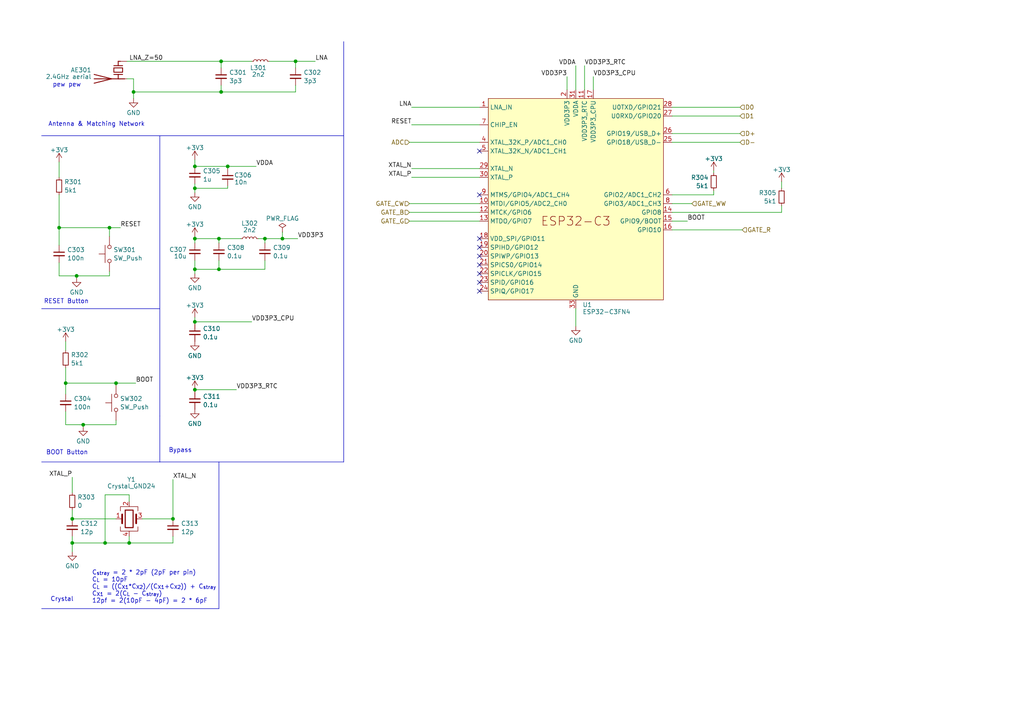
<source format=kicad_sch>
(kicad_sch (version 20230121) (generator eeschema)

  (uuid b3302e67-c711-452b-baac-e61ebb568c2e)

  (paper "A4")

  (lib_symbols
    (symbol "Device:Antenna_Chip" (pin_numbers hide) (pin_names (offset 1.016) hide) (in_bom yes) (on_board yes)
      (property "Reference" "AE" (at 0 5.08 0)
        (effects (font (size 1.27 1.27)) (justify right))
      )
      (property "Value" "Antenna_Chip" (at 0 3.175 0)
        (effects (font (size 1.27 1.27)) (justify right))
      )
      (property "Footprint" "" (at -2.54 4.445 0)
        (effects (font (size 1.27 1.27)) hide)
      )
      (property "Datasheet" "~" (at -2.54 4.445 0)
        (effects (font (size 1.27 1.27)) hide)
      )
      (property "ki_keywords" "antenna" (at 0 0 0)
        (effects (font (size 1.27 1.27)) hide)
      )
      (property "ki_description" "Ceramic chip antenna with pin for PCB trace" (at 0 0 0)
        (effects (font (size 1.27 1.27)) hide)
      )
      (symbol "Antenna_Chip_0_1"
        (polyline
          (pts
            (xy -2.54 0)
            (xy -2.54 -0.635)
          )
          (stroke (width 0.254) (type default))
          (fill (type none))
        )
        (polyline
          (pts
            (xy -2.54 0)
            (xy -1.27 0)
          )
          (stroke (width 0.254) (type default))
          (fill (type none))
        )
        (polyline
          (pts
            (xy 1.27 0)
            (xy 2.54 0)
          )
          (stroke (width 0.254) (type default))
          (fill (type none))
        )
        (polyline
          (pts
            (xy 1.27 1.27)
            (xy 1.27 -1.27)
          )
          (stroke (width 0.254) (type default))
          (fill (type none))
        )
        (polyline
          (pts
            (xy 2.54 -0.635)
            (xy 2.54 0)
          )
          (stroke (width 0) (type default))
          (fill (type none))
        )
        (polyline
          (pts
            (xy 2.54 6.985)
            (xy 2.54 -1.905)
          )
          (stroke (width 0.254) (type default))
          (fill (type none))
        )
        (polyline
          (pts
            (xy -1.27 1.27)
            (xy -1.27 -1.27)
            (xy -1.27 0)
          )
          (stroke (width 0.254) (type default))
          (fill (type none))
        )
        (polyline
          (pts
            (xy 3.81 6.985)
            (xy 2.54 1.905)
            (xy 1.27 6.985)
          )
          (stroke (width 0.254) (type default))
          (fill (type none))
        )
        (polyline
          (pts
            (xy -0.635 1.27)
            (xy 0.635 1.27)
            (xy 0.635 -1.27)
            (xy -0.635 -1.27)
            (xy -0.635 1.27)
          )
          (stroke (width 0.254) (type default))
          (fill (type none))
        )
      )
      (symbol "Antenna_Chip_1_1"
        (pin input line (at -2.54 -2.54 90) (length 2.54)
          (name "FEED" (effects (font (size 1.27 1.27))))
          (number "1" (effects (font (size 1.27 1.27))))
        )
        (pin passive line (at 2.54 -2.54 90) (length 2.54)
          (name "PCB_Trace" (effects (font (size 1.27 1.27))))
          (number "2" (effects (font (size 1.27 1.27))))
        )
      )
    )
    (symbol "Device:C_Small" (pin_numbers hide) (pin_names (offset 0.254) hide) (in_bom yes) (on_board yes)
      (property "Reference" "C" (at 0.254 1.778 0)
        (effects (font (size 1.27 1.27)) (justify left))
      )
      (property "Value" "C_Small" (at 0.254 -2.032 0)
        (effects (font (size 1.27 1.27)) (justify left))
      )
      (property "Footprint" "" (at 0 0 0)
        (effects (font (size 1.27 1.27)) hide)
      )
      (property "Datasheet" "~" (at 0 0 0)
        (effects (font (size 1.27 1.27)) hide)
      )
      (property "ki_keywords" "capacitor cap" (at 0 0 0)
        (effects (font (size 1.27 1.27)) hide)
      )
      (property "ki_description" "Unpolarized capacitor, small symbol" (at 0 0 0)
        (effects (font (size 1.27 1.27)) hide)
      )
      (property "ki_fp_filters" "C_*" (at 0 0 0)
        (effects (font (size 1.27 1.27)) hide)
      )
      (symbol "C_Small_0_1"
        (polyline
          (pts
            (xy -1.524 -0.508)
            (xy 1.524 -0.508)
          )
          (stroke (width 0.3302) (type default))
          (fill (type none))
        )
        (polyline
          (pts
            (xy -1.524 0.508)
            (xy 1.524 0.508)
          )
          (stroke (width 0.3048) (type default))
          (fill (type none))
        )
      )
      (symbol "C_Small_1_1"
        (pin passive line (at 0 2.54 270) (length 2.032)
          (name "~" (effects (font (size 1.27 1.27))))
          (number "1" (effects (font (size 1.27 1.27))))
        )
        (pin passive line (at 0 -2.54 90) (length 2.032)
          (name "~" (effects (font (size 1.27 1.27))))
          (number "2" (effects (font (size 1.27 1.27))))
        )
      )
    )
    (symbol "Device:Crystal_GND24" (pin_names (offset 1.016) hide) (in_bom yes) (on_board yes)
      (property "Reference" "Y" (at 3.175 5.08 0)
        (effects (font (size 1.27 1.27)) (justify left))
      )
      (property "Value" "Crystal_GND24" (at 3.175 3.175 0)
        (effects (font (size 1.27 1.27)) (justify left))
      )
      (property "Footprint" "" (at 0 0 0)
        (effects (font (size 1.27 1.27)) hide)
      )
      (property "Datasheet" "~" (at 0 0 0)
        (effects (font (size 1.27 1.27)) hide)
      )
      (property "ki_keywords" "quartz ceramic resonator oscillator" (at 0 0 0)
        (effects (font (size 1.27 1.27)) hide)
      )
      (property "ki_description" "Four pin crystal, GND on pins 2 and 4" (at 0 0 0)
        (effects (font (size 1.27 1.27)) hide)
      )
      (property "ki_fp_filters" "Crystal*" (at 0 0 0)
        (effects (font (size 1.27 1.27)) hide)
      )
      (symbol "Crystal_GND24_0_1"
        (rectangle (start -1.143 2.54) (end 1.143 -2.54)
          (stroke (width 0.3048) (type default))
          (fill (type none))
        )
        (polyline
          (pts
            (xy -2.54 0)
            (xy -2.032 0)
          )
          (stroke (width 0) (type default))
          (fill (type none))
        )
        (polyline
          (pts
            (xy -2.032 -1.27)
            (xy -2.032 1.27)
          )
          (stroke (width 0.508) (type default))
          (fill (type none))
        )
        (polyline
          (pts
            (xy 0 -3.81)
            (xy 0 -3.556)
          )
          (stroke (width 0) (type default))
          (fill (type none))
        )
        (polyline
          (pts
            (xy 0 3.556)
            (xy 0 3.81)
          )
          (stroke (width 0) (type default))
          (fill (type none))
        )
        (polyline
          (pts
            (xy 2.032 -1.27)
            (xy 2.032 1.27)
          )
          (stroke (width 0.508) (type default))
          (fill (type none))
        )
        (polyline
          (pts
            (xy 2.032 0)
            (xy 2.54 0)
          )
          (stroke (width 0) (type default))
          (fill (type none))
        )
        (polyline
          (pts
            (xy -2.54 -2.286)
            (xy -2.54 -3.556)
            (xy 2.54 -3.556)
            (xy 2.54 -2.286)
          )
          (stroke (width 0) (type default))
          (fill (type none))
        )
        (polyline
          (pts
            (xy -2.54 2.286)
            (xy -2.54 3.556)
            (xy 2.54 3.556)
            (xy 2.54 2.286)
          )
          (stroke (width 0) (type default))
          (fill (type none))
        )
      )
      (symbol "Crystal_GND24_1_1"
        (pin passive line (at -3.81 0 0) (length 1.27)
          (name "1" (effects (font (size 1.27 1.27))))
          (number "1" (effects (font (size 1.27 1.27))))
        )
        (pin passive line (at 0 5.08 270) (length 1.27)
          (name "2" (effects (font (size 1.27 1.27))))
          (number "2" (effects (font (size 1.27 1.27))))
        )
        (pin passive line (at 3.81 0 180) (length 1.27)
          (name "3" (effects (font (size 1.27 1.27))))
          (number "3" (effects (font (size 1.27 1.27))))
        )
        (pin passive line (at 0 -5.08 90) (length 1.27)
          (name "4" (effects (font (size 1.27 1.27))))
          (number "4" (effects (font (size 1.27 1.27))))
        )
      )
    )
    (symbol "Device:L_Small" (pin_numbers hide) (pin_names (offset 0.254) hide) (in_bom yes) (on_board yes)
      (property "Reference" "L" (at 0.762 1.016 0)
        (effects (font (size 1.27 1.27)) (justify left))
      )
      (property "Value" "L_Small" (at 0.762 -1.016 0)
        (effects (font (size 1.27 1.27)) (justify left))
      )
      (property "Footprint" "" (at 0 0 0)
        (effects (font (size 1.27 1.27)) hide)
      )
      (property "Datasheet" "~" (at 0 0 0)
        (effects (font (size 1.27 1.27)) hide)
      )
      (property "ki_keywords" "inductor choke coil reactor magnetic" (at 0 0 0)
        (effects (font (size 1.27 1.27)) hide)
      )
      (property "ki_description" "Inductor, small symbol" (at 0 0 0)
        (effects (font (size 1.27 1.27)) hide)
      )
      (property "ki_fp_filters" "Choke_* *Coil* Inductor_* L_*" (at 0 0 0)
        (effects (font (size 1.27 1.27)) hide)
      )
      (symbol "L_Small_0_1"
        (arc (start 0 -2.032) (mid 0.5058 -1.524) (end 0 -1.016)
          (stroke (width 0) (type default))
          (fill (type none))
        )
        (arc (start 0 -1.016) (mid 0.5058 -0.508) (end 0 0)
          (stroke (width 0) (type default))
          (fill (type none))
        )
        (arc (start 0 0) (mid 0.5058 0.508) (end 0 1.016)
          (stroke (width 0) (type default))
          (fill (type none))
        )
        (arc (start 0 1.016) (mid 0.5058 1.524) (end 0 2.032)
          (stroke (width 0) (type default))
          (fill (type none))
        )
      )
      (symbol "L_Small_1_1"
        (pin passive line (at 0 2.54 270) (length 0.508)
          (name "~" (effects (font (size 1.27 1.27))))
          (number "1" (effects (font (size 1.27 1.27))))
        )
        (pin passive line (at 0 -2.54 90) (length 0.508)
          (name "~" (effects (font (size 1.27 1.27))))
          (number "2" (effects (font (size 1.27 1.27))))
        )
      )
    )
    (symbol "Device:R_Small" (pin_numbers hide) (pin_names (offset 0.254) hide) (in_bom yes) (on_board yes)
      (property "Reference" "R" (at 0.762 0.508 0)
        (effects (font (size 1.27 1.27)) (justify left))
      )
      (property "Value" "R_Small" (at 0.762 -1.016 0)
        (effects (font (size 1.27 1.27)) (justify left))
      )
      (property "Footprint" "" (at 0 0 0)
        (effects (font (size 1.27 1.27)) hide)
      )
      (property "Datasheet" "~" (at 0 0 0)
        (effects (font (size 1.27 1.27)) hide)
      )
      (property "ki_keywords" "R resistor" (at 0 0 0)
        (effects (font (size 1.27 1.27)) hide)
      )
      (property "ki_description" "Resistor, small symbol" (at 0 0 0)
        (effects (font (size 1.27 1.27)) hide)
      )
      (property "ki_fp_filters" "R_*" (at 0 0 0)
        (effects (font (size 1.27 1.27)) hide)
      )
      (symbol "R_Small_0_1"
        (rectangle (start -0.762 1.778) (end 0.762 -1.778)
          (stroke (width 0.2032) (type default))
          (fill (type none))
        )
      )
      (symbol "R_Small_1_1"
        (pin passive line (at 0 2.54 270) (length 0.762)
          (name "~" (effects (font (size 1.27 1.27))))
          (number "1" (effects (font (size 1.27 1.27))))
        )
        (pin passive line (at 0 -2.54 90) (length 0.762)
          (name "~" (effects (font (size 1.27 1.27))))
          (number "2" (effects (font (size 1.27 1.27))))
        )
      )
    )
    (symbol "Switch:SW_Push" (pin_numbers hide) (pin_names (offset 1.016) hide) (in_bom yes) (on_board yes)
      (property "Reference" "SW" (at 1.27 2.54 0)
        (effects (font (size 1.27 1.27)) (justify left))
      )
      (property "Value" "SW_Push" (at 0 -1.524 0)
        (effects (font (size 1.27 1.27)))
      )
      (property "Footprint" "" (at 0 5.08 0)
        (effects (font (size 1.27 1.27)) hide)
      )
      (property "Datasheet" "~" (at 0 5.08 0)
        (effects (font (size 1.27 1.27)) hide)
      )
      (property "ki_keywords" "switch normally-open pushbutton push-button" (at 0 0 0)
        (effects (font (size 1.27 1.27)) hide)
      )
      (property "ki_description" "Push button switch, generic, two pins" (at 0 0 0)
        (effects (font (size 1.27 1.27)) hide)
      )
      (symbol "SW_Push_0_1"
        (circle (center -2.032 0) (radius 0.508)
          (stroke (width 0) (type default))
          (fill (type none))
        )
        (polyline
          (pts
            (xy 0 1.27)
            (xy 0 3.048)
          )
          (stroke (width 0) (type default))
          (fill (type none))
        )
        (polyline
          (pts
            (xy 2.54 1.27)
            (xy -2.54 1.27)
          )
          (stroke (width 0) (type default))
          (fill (type none))
        )
        (circle (center 2.032 0) (radius 0.508)
          (stroke (width 0) (type default))
          (fill (type none))
        )
        (pin passive line (at -5.08 0 0) (length 2.54)
          (name "1" (effects (font (size 1.27 1.27))))
          (number "1" (effects (font (size 1.27 1.27))))
        )
        (pin passive line (at 5.08 0 180) (length 2.54)
          (name "2" (effects (font (size 1.27 1.27))))
          (number "2" (effects (font (size 1.27 1.27))))
        )
      )
    )
    (symbol "espressif:ESP32-C3" (in_bom yes) (on_board yes)
      (property "Reference" "U" (at -25.4 35.56 0)
        (effects (font (size 1.27 1.27)) (justify left))
      )
      (property "Value" "ESP32-C3" (at -25.4 33.02 0)
        (effects (font (size 1.27 1.27)) (justify left))
      )
      (property "Footprint" "Package_DFN_QFN:QFN-32-1EP_5x5mm_P0.5mm_EP3.45x3.45mm" (at 0 -38.1 0)
        (effects (font (size 1.27 1.27)) hide)
      )
      (property "Datasheet" "https://www.espressif.com/sites/default/files/documentation/esp32-c3_datasheet_en.pdf" (at 0 -40.64 0)
        (effects (font (size 1.27 1.27)) hide)
      )
      (property "ki_description" "ESP32-C3 family is an ultra-low-power MCU-based SoC solution that supports 2.4 GHz Wi-Fi and Bluetooth®Low Energy (Bluetooth LE)." (at 0 0 0)
        (effects (font (size 1.27 1.27)) hide)
      )
      (symbol "ESP32-C3_0_0"
        (text "ESP32-C3" (at 0 -5.08 0)
          (effects (font (size 2.54 2.54)))
        )
        (pin bidirectional line (at -27.94 27.94 0) (length 2.54)
          (name "LNA_IN" (effects (font (size 1.27 1.27))))
          (number "1" (effects (font (size 1.27 1.27))))
        )
        (pin bidirectional line (at -27.94 0 0) (length 2.54)
          (name "MTDI/GPIO5/ADC2_CH0" (effects (font (size 1.27 1.27))))
          (number "10" (effects (font (size 1.27 1.27))))
        )
        (pin power_in line (at 2.54 33.02 270) (length 2.54)
          (name "VDD3P3_RTC" (effects (font (size 1.27 1.27))))
          (number "11" (effects (font (size 1.27 1.27))))
        )
        (pin bidirectional line (at -27.94 -2.54 0) (length 2.54)
          (name "MTCK/GPIO6" (effects (font (size 1.27 1.27))))
          (number "12" (effects (font (size 1.27 1.27))))
        )
        (pin bidirectional line (at -27.94 -5.08 0) (length 2.54)
          (name "MTDO/GPIO7" (effects (font (size 1.27 1.27))))
          (number "13" (effects (font (size 1.27 1.27))))
        )
        (pin bidirectional line (at 27.94 -2.54 180) (length 2.54)
          (name "GPIO8" (effects (font (size 1.27 1.27))))
          (number "14" (effects (font (size 1.27 1.27))))
        )
        (pin bidirectional line (at 27.94 -5.08 180) (length 2.54)
          (name "GPIO9/BOOT" (effects (font (size 1.27 1.27))))
          (number "15" (effects (font (size 1.27 1.27))))
        )
        (pin bidirectional line (at 27.94 -7.62 180) (length 2.54)
          (name "GPIO10" (effects (font (size 1.27 1.27))))
          (number "16" (effects (font (size 1.27 1.27))))
        )
        (pin power_in line (at 5.08 33.02 270) (length 2.54)
          (name "VDD3P3_CPU" (effects (font (size 1.27 1.27))))
          (number "17" (effects (font (size 1.27 1.27))))
        )
        (pin bidirectional line (at -27.94 -10.16 0) (length 2.54)
          (name "VDD_SPI/GPIO11" (effects (font (size 1.27 1.27))))
          (number "18" (effects (font (size 1.27 1.27))))
        )
        (pin bidirectional line (at -27.94 -12.7 0) (length 2.54)
          (name "SPIHD/GPIO12" (effects (font (size 1.27 1.27))))
          (number "19" (effects (font (size 1.27 1.27))))
        )
        (pin power_in line (at -2.54 33.02 270) (length 2.54)
          (name "VDD3P3" (effects (font (size 1.27 1.27))))
          (number "2" (effects (font (size 1.27 1.27))))
        )
        (pin bidirectional line (at -27.94 -15.24 0) (length 2.54)
          (name "SPIWP/GPIO13" (effects (font (size 1.27 1.27))))
          (number "20" (effects (font (size 1.27 1.27))))
        )
        (pin bidirectional line (at -27.94 -17.78 0) (length 2.54)
          (name "SPICS0/GPIO14" (effects (font (size 1.27 1.27))))
          (number "21" (effects (font (size 1.27 1.27))))
        )
        (pin bidirectional line (at -27.94 -20.32 0) (length 2.54)
          (name "SPICLK/GPIO15" (effects (font (size 1.27 1.27))))
          (number "22" (effects (font (size 1.27 1.27))))
        )
        (pin bidirectional line (at -27.94 -22.86 0) (length 2.54)
          (name "SPID/GPIO16" (effects (font (size 1.27 1.27))))
          (number "23" (effects (font (size 1.27 1.27))))
        )
        (pin bidirectional line (at -27.94 -25.4 0) (length 2.54)
          (name "SPIQ/GPIO17" (effects (font (size 1.27 1.27))))
          (number "24" (effects (font (size 1.27 1.27))))
        )
        (pin bidirectional line (at 27.94 17.78 180) (length 2.54)
          (name "GPIO18/USB_D-" (effects (font (size 1.27 1.27))))
          (number "25" (effects (font (size 1.27 1.27))))
        )
        (pin bidirectional line (at 27.94 20.32 180) (length 2.54)
          (name "GPIO19/USB_D+" (effects (font (size 1.27 1.27))))
          (number "26" (effects (font (size 1.27 1.27))))
        )
        (pin bidirectional line (at 27.94 25.4 180) (length 2.54)
          (name "U0RXD/GPIO20" (effects (font (size 1.27 1.27))))
          (number "27" (effects (font (size 1.27 1.27))))
        )
        (pin bidirectional line (at 27.94 27.94 180) (length 2.54)
          (name "U0TXD/GPIO21" (effects (font (size 1.27 1.27))))
          (number "28" (effects (font (size 1.27 1.27))))
        )
        (pin output line (at -27.94 10.16 0) (length 2.54)
          (name "XTAL_N" (effects (font (size 1.27 1.27))))
          (number "29" (effects (font (size 1.27 1.27))))
        )
        (pin input line (at -27.94 7.62 0) (length 2.54)
          (name "XTAL_P" (effects (font (size 1.27 1.27))))
          (number "30" (effects (font (size 1.27 1.27))))
        )
        (pin power_in line (at 0 33.02 270) (length 2.54)
          (name "VDDA" (effects (font (size 1.27 1.27))))
          (number "31" (effects (font (size 1.27 1.27))))
        )
        (pin power_in line (at 0 -30.48 90) (length 2.54)
          (name "GND" (effects (font (size 1.27 1.27))))
          (number "33" (effects (font (size 1.27 1.27))))
        )
        (pin output line (at -27.94 17.78 0) (length 2.54)
          (name "XTAL_32K_P/ADC1_CH0" (effects (font (size 1.27 1.27))))
          (number "4" (effects (font (size 1.27 1.27))))
        )
        (pin input line (at -27.94 15.24 0) (length 2.54)
          (name "XTAL_32K_N/ADC1_CH1" (effects (font (size 1.27 1.27))))
          (number "5" (effects (font (size 1.27 1.27))))
        )
        (pin bidirectional line (at 27.94 2.54 180) (length 2.54)
          (name "GPIO2/ADC1_CH2" (effects (font (size 1.27 1.27))))
          (number "6" (effects (font (size 1.27 1.27))))
        )
        (pin input line (at -27.94 22.86 0) (length 2.54)
          (name "CHIP_EN" (effects (font (size 1.27 1.27))))
          (number "7" (effects (font (size 1.27 1.27))))
        )
        (pin bidirectional line (at 27.94 0 180) (length 2.54)
          (name "GPIO3/ADC1_CH3" (effects (font (size 1.27 1.27))))
          (number "8" (effects (font (size 1.27 1.27))))
        )
        (pin bidirectional line (at -27.94 2.54 0) (length 2.54)
          (name "MTMS/GPIO4/ADC1_CH4" (effects (font (size 1.27 1.27))))
          (number "9" (effects (font (size 1.27 1.27))))
        )
      )
      (symbol "ESP32-C3_0_1"
        (rectangle (start -25.4 30.48) (end 25.4 -27.94)
          (stroke (width 0) (type default))
          (fill (type background))
        )
        (pin passive line (at -2.54 33.02 270) (length 2.54) hide
          (name "VDD3P3" (effects (font (size 1.27 1.27))))
          (number "3" (effects (font (size 1.27 1.27))))
        )
        (pin passive line (at 0 33.02 270) (length 2.54) hide
          (name "VDDA" (effects (font (size 1.27 1.27))))
          (number "32" (effects (font (size 1.27 1.27))))
        )
      )
    )
    (symbol "power:+3V3" (power) (pin_names (offset 0)) (in_bom yes) (on_board yes)
      (property "Reference" "#PWR" (at 0 -3.81 0)
        (effects (font (size 1.27 1.27)) hide)
      )
      (property "Value" "+3V3" (at 0 3.556 0)
        (effects (font (size 1.27 1.27)))
      )
      (property "Footprint" "" (at 0 0 0)
        (effects (font (size 1.27 1.27)) hide)
      )
      (property "Datasheet" "" (at 0 0 0)
        (effects (font (size 1.27 1.27)) hide)
      )
      (property "ki_keywords" "global power" (at 0 0 0)
        (effects (font (size 1.27 1.27)) hide)
      )
      (property "ki_description" "Power symbol creates a global label with name \"+3V3\"" (at 0 0 0)
        (effects (font (size 1.27 1.27)) hide)
      )
      (symbol "+3V3_0_1"
        (polyline
          (pts
            (xy -0.762 1.27)
            (xy 0 2.54)
          )
          (stroke (width 0) (type default))
          (fill (type none))
        )
        (polyline
          (pts
            (xy 0 0)
            (xy 0 2.54)
          )
          (stroke (width 0) (type default))
          (fill (type none))
        )
        (polyline
          (pts
            (xy 0 2.54)
            (xy 0.762 1.27)
          )
          (stroke (width 0) (type default))
          (fill (type none))
        )
      )
      (symbol "+3V3_1_1"
        (pin power_in line (at 0 0 90) (length 0) hide
          (name "+3V3" (effects (font (size 1.27 1.27))))
          (number "1" (effects (font (size 1.27 1.27))))
        )
      )
    )
    (symbol "power:GND" (power) (pin_names (offset 0)) (in_bom yes) (on_board yes)
      (property "Reference" "#PWR" (at 0 -6.35 0)
        (effects (font (size 1.27 1.27)) hide)
      )
      (property "Value" "GND" (at 0 -3.81 0)
        (effects (font (size 1.27 1.27)))
      )
      (property "Footprint" "" (at 0 0 0)
        (effects (font (size 1.27 1.27)) hide)
      )
      (property "Datasheet" "" (at 0 0 0)
        (effects (font (size 1.27 1.27)) hide)
      )
      (property "ki_keywords" "global power" (at 0 0 0)
        (effects (font (size 1.27 1.27)) hide)
      )
      (property "ki_description" "Power symbol creates a global label with name \"GND\" , ground" (at 0 0 0)
        (effects (font (size 1.27 1.27)) hide)
      )
      (symbol "GND_0_1"
        (polyline
          (pts
            (xy 0 0)
            (xy 0 -1.27)
            (xy 1.27 -1.27)
            (xy 0 -2.54)
            (xy -1.27 -1.27)
            (xy 0 -1.27)
          )
          (stroke (width 0) (type default))
          (fill (type none))
        )
      )
      (symbol "GND_1_1"
        (pin power_in line (at 0 0 270) (length 0) hide
          (name "GND" (effects (font (size 1.27 1.27))))
          (number "1" (effects (font (size 1.27 1.27))))
        )
      )
    )
    (symbol "power:PWR_FLAG" (power) (pin_numbers hide) (pin_names (offset 0) hide) (in_bom yes) (on_board yes)
      (property "Reference" "#FLG" (at 0 1.905 0)
        (effects (font (size 1.27 1.27)) hide)
      )
      (property "Value" "PWR_FLAG" (at 0 3.81 0)
        (effects (font (size 1.27 1.27)))
      )
      (property "Footprint" "" (at 0 0 0)
        (effects (font (size 1.27 1.27)) hide)
      )
      (property "Datasheet" "~" (at 0 0 0)
        (effects (font (size 1.27 1.27)) hide)
      )
      (property "ki_keywords" "flag power" (at 0 0 0)
        (effects (font (size 1.27 1.27)) hide)
      )
      (property "ki_description" "Special symbol for telling ERC where power comes from" (at 0 0 0)
        (effects (font (size 1.27 1.27)) hide)
      )
      (symbol "PWR_FLAG_0_0"
        (pin power_out line (at 0 0 90) (length 0)
          (name "pwr" (effects (font (size 1.27 1.27))))
          (number "1" (effects (font (size 1.27 1.27))))
        )
      )
      (symbol "PWR_FLAG_0_1"
        (polyline
          (pts
            (xy 0 0)
            (xy 0 1.27)
            (xy -1.016 1.905)
            (xy 0 2.54)
            (xy 1.016 1.905)
            (xy 0 1.27)
          )
          (stroke (width 0) (type default))
          (fill (type none))
        )
      )
    )
  )

  (junction (at 56.515 48.26) (diameter 0) (color 0 0 0 0)
    (uuid 0eece652-3402-44f7-8b4c-7a7b17d56697)
  )
  (junction (at 56.515 54.61) (diameter 0) (color 0 0 0 0)
    (uuid 10e30824-70e5-43a7-aefd-9c733e1a7bfc)
  )
  (junction (at 56.515 93.345) (diameter 0) (color 0 0 0 0)
    (uuid 2acd710a-f0e8-4612-8350-54d51854bf6a)
  )
  (junction (at 56.515 78.105) (diameter 0) (color 0 0 0 0)
    (uuid 32b97f01-9bf5-451d-a2e5-db080cd2c6b9)
  )
  (junction (at 64.135 17.78) (diameter 0) (color 0 0 0 0)
    (uuid 34d9dfcb-db49-41ae-b986-214c1df1c187)
  )
  (junction (at 85.725 17.78) (diameter 0) (color 0 0 0 0)
    (uuid 3b9e378a-b7bc-4ba4-a0c5-fa4c9639293f)
  )
  (junction (at 63.5 78.105) (diameter 0) (color 0 0 0 0)
    (uuid 3bb61de4-501d-4e27-8b72-908d1a58d4d8)
  )
  (junction (at 20.955 150.495) (diameter 0) (color 0 0 0 0)
    (uuid 47fcf9a7-3bb8-48eb-bd3b-8ace917501f5)
  )
  (junction (at 19.05 111.125) (diameter 0) (color 0 0 0 0)
    (uuid 4d8b2f47-d957-4212-b516-017b5a3612ec)
  )
  (junction (at 81.915 69.215) (diameter 0) (color 0 0 0 0)
    (uuid 4fc6b5d5-a973-4e9c-83a0-da10604406f4)
  )
  (junction (at 33.655 111.125) (diameter 0) (color 0 0 0 0)
    (uuid 5722c9db-a761-42db-a499-2c598513d195)
  )
  (junction (at 17.145 66.04) (diameter 0) (color 0 0 0 0)
    (uuid 6d37db74-d6b6-43c4-afba-64429db14eaa)
  )
  (junction (at 30.48 157.48) (diameter 0) (color 0 0 0 0)
    (uuid 6d6b4332-9e5c-4652-9e55-9d160402dfda)
  )
  (junction (at 56.515 113.03) (diameter 0) (color 0 0 0 0)
    (uuid 717d8ffc-a50a-4491-8cb4-6757d2e80618)
  )
  (junction (at 56.515 69.215) (diameter 0) (color 0 0 0 0)
    (uuid 7f7f4105-c467-4953-a589-57784c9bc8d0)
  )
  (junction (at 64.135 26.67) (diameter 0) (color 0 0 0 0)
    (uuid 80396060-4212-4356-817d-ede2b195a157)
  )
  (junction (at 63.5 69.215) (diameter 0) (color 0 0 0 0)
    (uuid 99dd3b00-bc79-4397-8c4d-88e533819b1a)
  )
  (junction (at 31.75 66.04) (diameter 0) (color 0 0 0 0)
    (uuid ad9e0dd6-1ad5-431f-a5e3-a21eb685f30a)
  )
  (junction (at 37.465 157.48) (diameter 0) (color 0 0 0 0)
    (uuid d19ee82c-0317-469c-ae66-369359dd7fbd)
  )
  (junction (at 76.835 69.215) (diameter 0) (color 0 0 0 0)
    (uuid db213b7c-bef3-4f83-a514-fb128704204a)
  )
  (junction (at 38.735 26.67) (diameter 0) (color 0 0 0 0)
    (uuid e1608289-6184-42de-9fc7-da2d2d7db47c)
  )
  (junction (at 66.04 48.26) (diameter 0) (color 0 0 0 0)
    (uuid e233dc2d-fc37-474d-89a4-9952892ef312)
  )
  (junction (at 22.225 80.01) (diameter 0) (color 0 0 0 0)
    (uuid e3c2fb61-5a4c-4b4d-b58d-145adb4d1252)
  )
  (junction (at 20.955 157.48) (diameter 0) (color 0 0 0 0)
    (uuid e48890b6-f6f0-4c89-83db-a07b37a990f8)
  )
  (junction (at 50.165 150.495) (diameter 0) (color 0 0 0 0)
    (uuid f07ac584-d933-480f-8ce5-5370f43fad13)
  )
  (junction (at 24.13 123.19) (diameter 0) (color 0 0 0 0)
    (uuid f34f0b3e-56d1-4fb4-826f-26cfb964e071)
  )

  (no_connect (at 139.065 79.375) (uuid 2727537d-b20f-436f-9433-32e626086536))
  (no_connect (at 139.065 43.815) (uuid 41daf78d-e34f-48ea-8bf4-ac95d4726a93))
  (no_connect (at 139.065 71.755) (uuid 49574c6a-b496-4627-8701-a00e090191c7))
  (no_connect (at 139.065 81.915) (uuid 4d4161ff-482a-4a33-973b-94ae7a503a9c))
  (no_connect (at 139.065 76.835) (uuid 668708fc-79a8-45c1-9e16-eb17f702fd36))
  (no_connect (at 139.065 69.215) (uuid 7af0a1c8-811a-4da3-bc6c-3e446cd44a02))
  (no_connect (at 139.065 74.295) (uuid a32bc04d-c7e3-4070-8c5b-6f0d68293bff))
  (no_connect (at 139.065 84.455) (uuid cfdf287e-5cb5-4824-bfe4-5cdadee0ea52))
  (no_connect (at 139.065 56.515) (uuid d68e772a-cf37-4db5-9c36-8851559e4f4d))

  (wire (pts (xy 31.75 66.04) (xy 31.75 68.58))
    (stroke (width 0) (type default))
    (uuid 042bbe26-1e2b-47ab-81f1-e84cf50b7fe8)
  )
  (wire (pts (xy 20.955 150.495) (xy 33.655 150.495))
    (stroke (width 0) (type default))
    (uuid 09e69157-def3-459c-b148-49a4c28785fa)
  )
  (wire (pts (xy 81.915 67.31) (xy 81.915 69.215))
    (stroke (width 0) (type default))
    (uuid 0b4c8068-386e-4689-81f7-ccf55951ca0a)
  )
  (wire (pts (xy 50.165 139.065) (xy 50.165 150.495))
    (stroke (width 0) (type default))
    (uuid 0de38489-7d41-4049-94eb-570695fbaef6)
  )
  (wire (pts (xy 63.5 69.215) (xy 69.85 69.215))
    (stroke (width 0) (type default))
    (uuid 0e6300e2-6f2a-44b9-91ab-5a1be70be644)
  )
  (wire (pts (xy 31.75 78.74) (xy 31.75 80.01))
    (stroke (width 0) (type default))
    (uuid 10c2fa5e-6636-4ead-aad4-2838636b44b5)
  )
  (wire (pts (xy 172.085 22.225) (xy 172.085 26.035))
    (stroke (width 0) (type default))
    (uuid 1134ce29-bf60-4a26-bfc4-5bc32366476e)
  )
  (wire (pts (xy 74.295 48.26) (xy 66.04 48.26))
    (stroke (width 0) (type default))
    (uuid 11fc3d8a-cafd-4c07-8c0a-cd85d989f800)
  )
  (wire (pts (xy 85.725 26.67) (xy 85.725 24.765))
    (stroke (width 0) (type default))
    (uuid 136cccb2-c68d-4811-8913-dcb6cc25d064)
  )
  (wire (pts (xy 56.515 48.26) (xy 66.04 48.26))
    (stroke (width 0) (type default))
    (uuid 19dee62c-cc58-43ef-a31e-099276259a8e)
  )
  (wire (pts (xy 56.515 68.58) (xy 56.515 69.215))
    (stroke (width 0) (type default))
    (uuid 1a1766ba-49ff-4659-8604-f0e8209a7d33)
  )
  (wire (pts (xy 20.955 155.575) (xy 20.955 157.48))
    (stroke (width 0) (type default))
    (uuid 21afd5ed-a7c4-4d23-87fc-ec3c9e8873df)
  )
  (wire (pts (xy 38.735 22.86) (xy 38.735 26.67))
    (stroke (width 0) (type default))
    (uuid 23ce5e8c-eccc-40d7-b7e6-a79549300914)
  )
  (wire (pts (xy 215.265 66.675) (xy 194.945 66.675))
    (stroke (width 0) (type default))
    (uuid 272b78af-1404-435b-9124-0f2cb2931c5e)
  )
  (wire (pts (xy 64.135 26.67) (xy 85.725 26.67))
    (stroke (width 0) (type default))
    (uuid 290b2986-6fd4-43b2-b6a7-5898188d277f)
  )
  (wire (pts (xy 56.515 53.34) (xy 56.515 54.61))
    (stroke (width 0) (type default))
    (uuid 29720e26-7882-42dd-bc99-4d10ace93e39)
  )
  (wire (pts (xy 37.465 143.51) (xy 37.465 145.415))
    (stroke (width 0) (type default))
    (uuid 29c28cff-4035-4b29-9df3-e98f59297b31)
  )
  (wire (pts (xy 56.515 113.665) (xy 56.515 113.03))
    (stroke (width 0) (type default))
    (uuid 2afa989c-5e75-4a44-b2a0-e6a2b78a724e)
  )
  (wire (pts (xy 37.465 155.575) (xy 37.465 157.48))
    (stroke (width 0) (type default))
    (uuid 2b4df664-90b7-42bc-80ca-49bcf6ade201)
  )
  (wire (pts (xy 64.135 24.765) (xy 64.135 26.67))
    (stroke (width 0) (type default))
    (uuid 2d1e4c0a-5fd1-46f6-92f8-c345f0b521a1)
  )
  (wire (pts (xy 194.945 33.655) (xy 214.63 33.655))
    (stroke (width 0) (type default))
    (uuid 30c2819d-5780-445a-8cf1-9b53352aac92)
  )
  (wire (pts (xy 56.515 75.565) (xy 56.515 78.105))
    (stroke (width 0) (type default))
    (uuid 34ed9803-04d3-4f1f-bb2f-37197793f129)
  )
  (wire (pts (xy 56.515 93.345) (xy 73.025 93.345))
    (stroke (width 0) (type default))
    (uuid 36105ca1-05f8-4775-bf54-ee061a1a6b8c)
  )
  (wire (pts (xy 22.225 80.01) (xy 17.145 80.01))
    (stroke (width 0) (type default))
    (uuid 373ffa6d-df1b-41a4-a4a9-8e7c95d8aced)
  )
  (wire (pts (xy 41.275 150.495) (xy 50.165 150.495))
    (stroke (width 0) (type default))
    (uuid 3766315a-0f81-41d5-846f-50882653e1de)
  )
  (polyline (pts (xy 46.355 120.65) (xy 46.355 39.37))
    (stroke (width 0) (type default))
    (uuid 40549830-ca19-4b0f-b52c-25577749ebe4)
  )

  (wire (pts (xy 20.955 138.43) (xy 20.955 142.875))
    (stroke (width 0) (type default))
    (uuid 4186dcc4-7d36-4ff9-92f9-ee4e100e0d47)
  )
  (polyline (pts (xy 99.695 39.37) (xy 99.695 39.37))
    (stroke (width 0) (type default))
    (uuid 425d4be5-7aa6-4ffe-87ba-a0245be23e44)
  )

  (wire (pts (xy 194.945 31.115) (xy 214.63 31.115))
    (stroke (width 0) (type default))
    (uuid 42c639a6-b406-4147-8d3e-f064fa5c465b)
  )
  (wire (pts (xy 17.145 56.515) (xy 17.145 66.04))
    (stroke (width 0) (type default))
    (uuid 44e5e8ef-d46f-4f07-97d3-2e3e5b4ca1cf)
  )
  (wire (pts (xy 164.465 22.225) (xy 164.465 26.035))
    (stroke (width 0) (type default))
    (uuid 4501f836-b3ee-4b3b-8e17-95159ebf045c)
  )
  (wire (pts (xy 64.135 17.78) (xy 73.025 17.78))
    (stroke (width 0) (type default))
    (uuid 4860ae58-121e-452a-9e43-225e899fd618)
  )
  (wire (pts (xy 118.745 41.275) (xy 139.065 41.275))
    (stroke (width 0) (type default))
    (uuid 4df2d7da-63d1-4387-912e-67f96fa30d97)
  )
  (wire (pts (xy 20.955 147.955) (xy 20.955 150.495))
    (stroke (width 0) (type default))
    (uuid 4e0b9a3c-0d2a-44f0-b6e4-362a7b751a70)
  )
  (wire (pts (xy 19.05 106.68) (xy 19.05 111.125))
    (stroke (width 0) (type default))
    (uuid 4eb07320-a4c1-443b-b08e-fad39d6a2917)
  )
  (wire (pts (xy 64.135 17.78) (xy 64.135 19.685))
    (stroke (width 0) (type default))
    (uuid 509148a1-6ff8-4672-9558-d44723250c77)
  )
  (wire (pts (xy 169.545 19.05) (xy 169.545 26.035))
    (stroke (width 0) (type default))
    (uuid 52799875-7fb8-408e-b2df-9a4b4b7e2ee2)
  )
  (polyline (pts (xy 63.5 176.53) (xy 63.5 133.985))
    (stroke (width 0) (type default))
    (uuid 52de599c-fba3-4bfd-b767-46fe9bac6d88)
  )

  (wire (pts (xy 20.955 157.48) (xy 20.955 160.02))
    (stroke (width 0) (type default))
    (uuid 53f6f755-a5bf-4a4b-ab3c-6c1e46859571)
  )
  (wire (pts (xy 56.515 93.98) (xy 56.515 93.345))
    (stroke (width 0) (type default))
    (uuid 55a52db0-d649-47db-9c1e-f34e612f2144)
  )
  (wire (pts (xy 38.735 26.67) (xy 38.735 28.575))
    (stroke (width 0) (type default))
    (uuid 55c31f83-2bc2-48d9-b10f-ca886ce7aa5b)
  )
  (wire (pts (xy 66.04 53.975) (xy 66.04 54.61))
    (stroke (width 0) (type default))
    (uuid 56a31f2b-47eb-4c61-8c26-f495e7a3fddf)
  )
  (wire (pts (xy 36.83 22.86) (xy 38.735 22.86))
    (stroke (width 0) (type default))
    (uuid 57a2ae1e-6467-4bb4-8ebf-540bb11a9a29)
  )
  (wire (pts (xy 167.005 89.535) (xy 167.005 94.615))
    (stroke (width 0) (type default))
    (uuid 5ae5d894-e643-4ba9-9224-bf1b57ed010b)
  )
  (wire (pts (xy 17.145 80.01) (xy 17.145 76.2))
    (stroke (width 0) (type default))
    (uuid 5cb037c3-bf48-4f6b-80d1-f5c32a932624)
  )
  (polyline (pts (xy 99.695 133.985) (xy 99.695 39.37))
    (stroke (width 0) (type default))
    (uuid 5fd79549-c396-4743-982c-433b43871e63)
  )

  (wire (pts (xy 119.38 48.895) (xy 139.065 48.895))
    (stroke (width 0) (type default))
    (uuid 6445b612-f21b-4720-a4ec-17757a3ed5ed)
  )
  (wire (pts (xy 33.655 123.19) (xy 24.13 123.19))
    (stroke (width 0) (type default))
    (uuid 67878e6c-2c2e-4605-9b47-d3efd7d27d6d)
  )
  (wire (pts (xy 50.165 157.48) (xy 50.165 155.575))
    (stroke (width 0) (type default))
    (uuid 68e240bb-18a7-4d65-b110-dd44e763b787)
  )
  (wire (pts (xy 22.225 80.01) (xy 22.225 80.645))
    (stroke (width 0) (type default))
    (uuid 6d0bafe8-8ded-48cc-845e-0e0ea4987d9d)
  )
  (wire (pts (xy 194.945 59.055) (xy 200.66 59.055))
    (stroke (width 0) (type default))
    (uuid 6eb63eb0-0be6-44e0-a7c5-4cbf3e0215d4)
  )
  (wire (pts (xy 17.145 46.99) (xy 17.145 51.435))
    (stroke (width 0) (type default))
    (uuid 727f37d5-cf0e-4750-b9b4-d322fcd91b99)
  )
  (wire (pts (xy 226.695 61.595) (xy 194.945 61.595))
    (stroke (width 0) (type default))
    (uuid 7303e5c2-575b-4320-95f0-3924aa20662e)
  )
  (wire (pts (xy 20.955 157.48) (xy 30.48 157.48))
    (stroke (width 0) (type default))
    (uuid 740255f5-6d10-46ef-93f5-bb2f9af7e1bd)
  )
  (wire (pts (xy 194.945 38.735) (xy 214.63 38.735))
    (stroke (width 0) (type default))
    (uuid 7794f15c-4fd9-4ba9-b6b0-8cc903b76198)
  )
  (wire (pts (xy 24.13 123.19) (xy 24.13 123.825))
    (stroke (width 0) (type default))
    (uuid 77b59f4d-11c2-488f-9cba-4d34a4256e5d)
  )
  (wire (pts (xy 66.04 54.61) (xy 56.515 54.61))
    (stroke (width 0) (type default))
    (uuid 78cb1b06-236c-4722-8f29-87b21bbb982f)
  )
  (polyline (pts (xy 12.065 39.37) (xy 99.695 39.37))
    (stroke (width 0) (type default))
    (uuid 7e5019cd-e1e7-4ad3-ac45-91b6ad73c682)
  )

  (wire (pts (xy 207.01 49.53) (xy 207.01 50.165))
    (stroke (width 0) (type default))
    (uuid 8340efb6-6c28-406f-89cd-463d7bed4c5f)
  )
  (wire (pts (xy 118.745 61.595) (xy 139.065 61.595))
    (stroke (width 0) (type default))
    (uuid 859ff7b5-d914-4377-9ee0-4b4f6091967c)
  )
  (wire (pts (xy 85.725 17.78) (xy 91.44 17.78))
    (stroke (width 0) (type default))
    (uuid 8a1a7f12-6a8a-4228-b014-b98a64a1721d)
  )
  (wire (pts (xy 66.04 48.895) (xy 66.04 48.26))
    (stroke (width 0) (type default))
    (uuid 8f183d69-8635-4994-84c3-3b59d3bb76f6)
  )
  (wire (pts (xy 76.835 75.565) (xy 76.835 78.105))
    (stroke (width 0) (type default))
    (uuid 902646a4-fc6d-4bbf-8850-64e76e847b48)
  )
  (wire (pts (xy 76.835 69.215) (xy 76.835 70.485))
    (stroke (width 0) (type default))
    (uuid 9377a34b-12ab-40ba-91d0-300b5138881f)
  )
  (wire (pts (xy 194.945 41.275) (xy 214.63 41.275))
    (stroke (width 0) (type default))
    (uuid 9617e98c-8602-4017-b4b7-9bf799e8f6f1)
  )
  (wire (pts (xy 31.75 80.01) (xy 22.225 80.01))
    (stroke (width 0) (type default))
    (uuid 964d61ea-2d49-4d5c-831b-a5203c8cf7f3)
  )
  (wire (pts (xy 19.05 99.06) (xy 19.05 101.6))
    (stroke (width 0) (type default))
    (uuid 9a924c43-22b2-4176-9c96-758a74b37216)
  )
  (wire (pts (xy 118.745 59.055) (xy 139.065 59.055))
    (stroke (width 0) (type default))
    (uuid 9aa2efcc-cceb-4158-9381-16c9cdb611e7)
  )
  (wire (pts (xy 194.945 56.515) (xy 207.01 56.515))
    (stroke (width 0) (type default))
    (uuid 9ccdb0f7-2735-4f42-99e5-454669b400e6)
  )
  (polyline (pts (xy 46.355 133.985) (xy 99.695 133.985))
    (stroke (width 0) (type default))
    (uuid 9df257ab-9e78-4a12-9ee0-3222a7e83f93)
  )

  (wire (pts (xy 167.005 19.05) (xy 167.005 26.035))
    (stroke (width 0) (type default))
    (uuid 9ebc3da4-1c3e-4b2d-b391-7dd31ec5c177)
  )
  (wire (pts (xy 85.725 17.78) (xy 85.725 19.685))
    (stroke (width 0) (type default))
    (uuid a179193f-2c3b-4f92-b36e-2eb5c4c5e25d)
  )
  (wire (pts (xy 63.5 69.215) (xy 63.5 70.485))
    (stroke (width 0) (type default))
    (uuid a4de5571-d2d5-4e51-bf23-ffdc826d649f)
  )
  (wire (pts (xy 17.145 66.04) (xy 17.145 71.12))
    (stroke (width 0) (type default))
    (uuid a6828a94-1bc2-4d37-92db-642048c7870d)
  )
  (polyline (pts (xy 12.065 89.535) (xy 46.355 89.535))
    (stroke (width 0) (type default))
    (uuid a6d99aa8-9d5d-4505-a27e-416934466995)
  )
  (polyline (pts (xy 99.695 12.065) (xy 99.695 39.37))
    (stroke (width 0) (type default))
    (uuid a71462b2-1fd0-4b4e-bd89-88e89e343fa6)
  )

  (wire (pts (xy 76.835 69.215) (xy 81.915 69.215))
    (stroke (width 0) (type default))
    (uuid ac88830a-43cb-4e90-b682-e39b0a22fcd7)
  )
  (wire (pts (xy 118.745 64.135) (xy 139.065 64.135))
    (stroke (width 0) (type default))
    (uuid afbf97e6-7eec-492b-be11-0ad24940c7a2)
  )
  (wire (pts (xy 56.515 69.215) (xy 63.5 69.215))
    (stroke (width 0) (type default))
    (uuid b110f855-2b8e-48f6-91c4-f3e026e8b340)
  )
  (wire (pts (xy 119.38 31.115) (xy 139.065 31.115))
    (stroke (width 0) (type default))
    (uuid b3d2a419-b5bd-405e-82ef-1611252ea3dd)
  )
  (wire (pts (xy 74.93 69.215) (xy 76.835 69.215))
    (stroke (width 0) (type default))
    (uuid b4084001-3b2e-4ffb-923b-178281972244)
  )
  (wire (pts (xy 56.515 54.61) (xy 56.515 55.88))
    (stroke (width 0) (type default))
    (uuid b5d84a43-d6da-4aa3-81f2-3b1d36ed4262)
  )
  (wire (pts (xy 33.655 111.125) (xy 33.655 111.76))
    (stroke (width 0) (type default))
    (uuid b8db9f61-b12a-4452-9b59-a381b729d2ed)
  )
  (wire (pts (xy 63.5 75.565) (xy 63.5 78.105))
    (stroke (width 0) (type default))
    (uuid ba6d5b75-725b-435e-91b4-e1af2a4b7f4f)
  )
  (wire (pts (xy 31.75 66.04) (xy 34.925 66.04))
    (stroke (width 0) (type default))
    (uuid bd5ea77c-6f9e-4abe-86ed-ba73a9eddbb0)
  )
  (wire (pts (xy 56.515 93.345) (xy 56.515 92.075))
    (stroke (width 0) (type default))
    (uuid c627339a-250f-4a42-9a6f-f8f40ac7bbe0)
  )
  (polyline (pts (xy 46.355 120.65) (xy 46.355 133.985))
    (stroke (width 0) (type default))
    (uuid c8fc3e18-0003-4e4e-b350-0d704d68c9a6)
  )

  (wire (pts (xy 207.01 56.515) (xy 207.01 55.245))
    (stroke (width 0) (type default))
    (uuid c9b75985-4008-4b64-87a4-4c3b902777ae)
  )
  (wire (pts (xy 30.48 143.51) (xy 30.48 157.48))
    (stroke (width 0) (type default))
    (uuid cdfd4bb0-56f0-4f36-a44e-850d4be0a85d)
  )
  (wire (pts (xy 36.83 17.78) (xy 64.135 17.78))
    (stroke (width 0) (type default))
    (uuid d1ea84fb-8e00-427a-8ef7-4edee9b78d32)
  )
  (wire (pts (xy 81.915 69.215) (xy 86.36 69.215))
    (stroke (width 0) (type default))
    (uuid d28adc6b-0f48-4f64-8600-e7a7d574b617)
  )
  (wire (pts (xy 119.38 51.435) (xy 139.065 51.435))
    (stroke (width 0) (type default))
    (uuid d4c49b5b-b92d-4bf6-a573-ea84a05ff9b8)
  )
  (wire (pts (xy 56.515 78.105) (xy 63.5 78.105))
    (stroke (width 0) (type default))
    (uuid d8a24dc7-937c-45bf-b53b-eec1cd33dffe)
  )
  (wire (pts (xy 63.5 78.105) (xy 76.835 78.105))
    (stroke (width 0) (type default))
    (uuid da4a7283-dd47-40fb-844d-bfa6e7f1b210)
  )
  (wire (pts (xy 38.735 26.67) (xy 64.135 26.67))
    (stroke (width 0) (type default))
    (uuid dbc513e4-895b-4191-bcfd-aaafaa4ae27e)
  )
  (wire (pts (xy 33.655 121.92) (xy 33.655 123.19))
    (stroke (width 0) (type default))
    (uuid dff1cf93-6e72-4d8f-99ae-5422e238b821)
  )
  (polyline (pts (xy 12.065 133.985) (xy 46.355 133.985))
    (stroke (width 0) (type default))
    (uuid e15489a7-864b-40b6-a9c8-a75cd74feaa1)
  )

  (wire (pts (xy 19.05 111.125) (xy 19.05 114.3))
    (stroke (width 0) (type default))
    (uuid e31cafb4-d527-4c23-a443-c0ade1907642)
  )
  (wire (pts (xy 30.48 157.48) (xy 37.465 157.48))
    (stroke (width 0) (type default))
    (uuid e7b9461c-f6e5-44ea-acc0-6bc9aa9d5a23)
  )
  (wire (pts (xy 194.945 64.135) (xy 199.39 64.135))
    (stroke (width 0) (type default))
    (uuid e9ced8f6-6378-4249-9d3e-5f02c772f481)
  )
  (wire (pts (xy 56.515 78.105) (xy 56.515 79.375))
    (stroke (width 0) (type default))
    (uuid eab3ccdb-0d44-48ca-b039-466a16b8e4de)
  )
  (wire (pts (xy 56.515 69.215) (xy 56.515 70.485))
    (stroke (width 0) (type default))
    (uuid eb04841d-c1f5-4eb1-b4c0-2f031d1e4755)
  )
  (wire (pts (xy 17.145 66.04) (xy 31.75 66.04))
    (stroke (width 0) (type default))
    (uuid ebe015ce-354b-4e1a-a7e3-e1ad7b6a32e6)
  )
  (wire (pts (xy 24.13 123.19) (xy 19.05 123.19))
    (stroke (width 0) (type default))
    (uuid ec3a1af1-aaaa-4583-9cb1-037787bbd7f0)
  )
  (wire (pts (xy 37.465 157.48) (xy 50.165 157.48))
    (stroke (width 0) (type default))
    (uuid ed0d8805-00b2-46ef-aecf-3027d59be3db)
  )
  (wire (pts (xy 30.48 143.51) (xy 37.465 143.51))
    (stroke (width 0) (type default))
    (uuid ed48dad6-3ebf-41f8-a5bd-9aba520e22f3)
  )
  (wire (pts (xy 19.05 123.19) (xy 19.05 119.38))
    (stroke (width 0) (type default))
    (uuid eeec701c-295b-4c05-95d3-f08a364f7977)
  )
  (wire (pts (xy 226.695 59.69) (xy 226.695 61.595))
    (stroke (width 0) (type default))
    (uuid ef03deb6-8cf4-4018-a3dc-3e77b3996778)
  )
  (wire (pts (xy 56.515 113.03) (xy 68.58 113.03))
    (stroke (width 0) (type default))
    (uuid f084bfa9-b540-4aad-bbb2-7c75095b8ba4)
  )
  (wire (pts (xy 56.515 46.355) (xy 56.515 48.26))
    (stroke (width 0) (type default))
    (uuid f2935bbe-5f73-4097-aa4c-ebeecb60005f)
  )
  (wire (pts (xy 19.05 111.125) (xy 33.655 111.125))
    (stroke (width 0) (type default))
    (uuid f2cce407-57ad-4587-a839-32dc5d70a110)
  )
  (wire (pts (xy 119.38 36.195) (xy 139.065 36.195))
    (stroke (width 0) (type default))
    (uuid f4215156-c946-4595-b78e-ac2816dfe881)
  )
  (wire (pts (xy 33.655 111.125) (xy 39.37 111.125))
    (stroke (width 0) (type default))
    (uuid f6ba0e99-9111-4a67-aed4-d52a4bbc4948)
  )
  (polyline (pts (xy 12.065 176.53) (xy 63.5 176.53))
    (stroke (width 0) (type default))
    (uuid f7712c3b-c82f-4c63-b64b-350c6629033a)
  )

  (wire (pts (xy 85.725 17.78) (xy 78.105 17.78))
    (stroke (width 0) (type default))
    (uuid f9eacfdf-43d8-4eaf-a389-287b66e5141a)
  )
  (wire (pts (xy 226.695 52.705) (xy 226.695 54.61))
    (stroke (width 0) (type default))
    (uuid fdb664ea-6578-4c75-886d-4c4eac8b8b79)
  )

  (text "Antenna & Matching Network" (at 13.97 36.83 0)
    (effects (font (size 1.27 1.27)) (justify left bottom))
    (uuid 0c9be438-5bf2-4e9b-9c37-19e6e8ec48f9)
  )
  (text "BOOT Button" (at 13.335 132.08 0)
    (effects (font (size 1.27 1.27)) (justify left bottom))
    (uuid 3aff1a55-9c8c-4b81-a03e-a836be143a5d)
  )
  (text "RESET Button" (at 12.7 88.265 0)
    (effects (font (size 1.27 1.27)) (justify left bottom))
    (uuid 5002aa8f-b342-4cdb-845e-0321a423941d)
  )
  (text "Crystal" (at 14.605 174.625 0)
    (effects (font (size 1.27 1.27)) (justify left bottom))
    (uuid 517f7458-7d5f-4fac-b2ae-8086d5ce4f12)
  )
  (text "C_{stray} = 2 * 2pF (2pF per pin)\nC_{L} = 10pF\nC_{L} = ((C_{X1}*C_{X2})/(C_{X1}+C_{X2})) + C_{stray}\nC_{X1} = 2(C_{L} - C_{stray})\n12pf = 2(10pF - 4pF) = 2 * 6pF\n\n"
    (at 26.67 177.165 0)
    (effects (font (size 1.27 1.27)) (justify left bottom))
    (uuid 5d89ccb2-3b2c-4679-a953-f0965a8a18fb)
  )
  (text "pew pew" (at 15.24 25.4 0)
    (effects (font (size 1.27 1.27)) (justify left bottom))
    (uuid 75861361-fbb9-4f78-82e8-b3886c6861b4)
  )
  (text "Bypass" (at 48.895 131.445 0)
    (effects (font (size 1.27 1.27)) (justify left bottom))
    (uuid 8969fc96-a37a-4e8f-b16d-2828194b01a3)
  )

  (label "LNA" (at 119.38 31.115 180) (fields_autoplaced)
    (effects (font (size 1.27 1.27)) (justify right bottom))
    (uuid 1c243415-954b-4075-b846-4cd0c4a9db2e)
  )
  (label "VDD3P3_RTC" (at 169.545 19.05 0) (fields_autoplaced)
    (effects (font (size 1.27 1.27)) (justify left bottom))
    (uuid 3d2bd789-fe68-4a26-b098-10db597878b2)
  )
  (label "LNA_Z=50" (at 37.465 17.78 0) (fields_autoplaced)
    (effects (font (size 1.27 1.27)) (justify left bottom))
    (uuid 3da6e9a5-e6c1-42a1-96eb-64eb1e847354)
  )
  (label "XTAL_P" (at 119.38 51.435 180) (fields_autoplaced)
    (effects (font (size 1.27 1.27)) (justify right bottom))
    (uuid 4aa68ee2-dd00-46a7-beb2-f1ed7595d6ad)
  )
  (label "VDD3P3_CPU" (at 172.085 22.225 0) (fields_autoplaced)
    (effects (font (size 1.27 1.27)) (justify left bottom))
    (uuid 4cfac8da-b186-4b70-a448-3430c95b59c6)
  )
  (label "XTAL_N" (at 50.165 139.065 0) (fields_autoplaced)
    (effects (font (size 1.27 1.27)) (justify left bottom))
    (uuid 4dbe293f-f928-4847-a814-ce2608a044ee)
  )
  (label "BOOT" (at 39.37 111.125 0) (fields_autoplaced)
    (effects (font (size 1.27 1.27)) (justify left bottom))
    (uuid 681add46-69dc-4197-937b-364477d70920)
  )
  (label "VDDA" (at 74.295 48.26 0) (fields_autoplaced)
    (effects (font (size 1.27 1.27)) (justify left bottom))
    (uuid 682a6097-1489-4b69-be9d-39dcb5a32d6e)
  )
  (label "LNA" (at 91.44 17.78 0) (fields_autoplaced)
    (effects (font (size 1.27 1.27)) (justify left bottom))
    (uuid 822fac29-5460-426f-92d2-ccdcc1474a50)
  )
  (label "VDD3P3_CPU" (at 73.025 93.345 0) (fields_autoplaced)
    (effects (font (size 1.27 1.27)) (justify left bottom))
    (uuid 86d8394d-4905-4662-a1ea-04505cdd56b3)
  )
  (label "VDD3P3" (at 164.465 22.225 180) (fields_autoplaced)
    (effects (font (size 1.27 1.27)) (justify right bottom))
    (uuid 8ef065c5-1b8f-4ef1-b140-08964d7cc302)
  )
  (label "RESET" (at 119.38 36.195 180) (fields_autoplaced)
    (effects (font (size 1.27 1.27)) (justify right bottom))
    (uuid 9892c79d-1451-4ed2-8e22-06efd9551f55)
  )
  (label "VDD3P3_RTC" (at 68.58 113.03 0) (fields_autoplaced)
    (effects (font (size 1.27 1.27)) (justify left bottom))
    (uuid a11b35b7-cb23-464e-a195-99f050b03498)
  )
  (label "XTAL_P" (at 20.955 138.43 180) (fields_autoplaced)
    (effects (font (size 1.27 1.27)) (justify right bottom))
    (uuid a38159a7-6436-41e9-89ba-d12608013cc8)
  )
  (label "RESET" (at 34.925 66.04 0) (fields_autoplaced)
    (effects (font (size 1.27 1.27)) (justify left bottom))
    (uuid cecd1a84-52fe-4e0d-963e-fcda56dd65dd)
  )
  (label "BOOT" (at 199.39 64.135 0) (fields_autoplaced)
    (effects (font (size 1.27 1.27)) (justify left bottom))
    (uuid cf7b83b5-6b04-4b7e-a4ab-cf1752f0a03f)
  )
  (label "XTAL_N" (at 119.38 48.895 180) (fields_autoplaced)
    (effects (font (size 1.27 1.27)) (justify right bottom))
    (uuid f0988a06-b878-4e8b-bd1a-cc180bbacd97)
  )
  (label "VDD3P3" (at 86.36 69.215 0) (fields_autoplaced)
    (effects (font (size 1.27 1.27)) (justify left bottom))
    (uuid f1ee430d-4a76-4e68-a7b2-b34de657a7e0)
  )
  (label "VDDA" (at 167.005 19.05 180) (fields_autoplaced)
    (effects (font (size 1.27 1.27)) (justify right bottom))
    (uuid fd82cc13-71d0-4241-9f40-64cf11dbcfd2)
  )

  (hierarchical_label "ADC" (shape input) (at 118.745 41.275 180) (fields_autoplaced)
    (effects (font (size 1.27 1.27)) (justify right))
    (uuid 2f50e325-795a-4c03-ba2a-bc2ed697ac78)
  )
  (hierarchical_label "GATE_WW" (shape input) (at 200.66 59.055 0) (fields_autoplaced)
    (effects (font (size 1.27 1.27)) (justify left))
    (uuid 3144fe91-e95a-4985-97d6-46a5b8b347ed)
  )
  (hierarchical_label "D+" (shape input) (at 214.63 38.735 0) (fields_autoplaced)
    (effects (font (size 1.27 1.27)) (justify left))
    (uuid 34db4516-3fe9-4b77-a485-b2e9ed927f83)
  )
  (hierarchical_label "GATE_R" (shape input) (at 215.265 66.675 0) (fields_autoplaced)
    (effects (font (size 1.27 1.27)) (justify left))
    (uuid 46f2f25a-510a-423f-90d4-cf139d43c78f)
  )
  (hierarchical_label "D-" (shape input) (at 214.63 41.275 0) (fields_autoplaced)
    (effects (font (size 1.27 1.27)) (justify left))
    (uuid 9263bfb4-a9fa-4a38-9d6b-c7da8d753291)
  )
  (hierarchical_label "GATE_CW" (shape input) (at 118.745 59.055 180) (fields_autoplaced)
    (effects (font (size 1.27 1.27)) (justify right))
    (uuid c49b8427-f801-4c1d-b91d-a73cd6f43c0c)
  )
  (hierarchical_label "GATE_G" (shape input) (at 118.745 64.135 180) (fields_autoplaced)
    (effects (font (size 1.27 1.27)) (justify right))
    (uuid ce1070f8-fc41-4404-9fb4-d8ad91ee5c85)
  )
  (hierarchical_label "D0" (shape input) (at 214.63 31.115 0) (fields_autoplaced)
    (effects (font (size 1.27 1.27)) (justify left))
    (uuid cece19fa-9d69-4cf3-9cc3-277e5c3ba0e0)
  )
  (hierarchical_label "D1" (shape input) (at 214.63 33.655 0) (fields_autoplaced)
    (effects (font (size 1.27 1.27)) (justify left))
    (uuid eee33507-0921-45bd-8a6e-195a6c7ed0fb)
  )
  (hierarchical_label "GATE_B" (shape input) (at 118.745 61.595 180) (fields_autoplaced)
    (effects (font (size 1.27 1.27)) (justify right))
    (uuid f46fa275-2787-4987-ba92-220971209bdd)
  )

  (symbol (lib_id "Device:C_Small") (at 50.165 153.035 0) (unit 1)
    (in_bom yes) (on_board yes) (dnp no) (fields_autoplaced)
    (uuid 06533b3c-266c-48d2-89b3-f4b3eacad328)
    (property "Reference" "C313" (at 52.4891 151.8292 0)
      (effects (font (size 1.27 1.27)) (justify left))
    )
    (property "Value" "12p" (at 52.4891 154.2534 0)
      (effects (font (size 1.27 1.27)) (justify left))
    )
    (property "Footprint" "Capacitor_SMD:C_0402_1005Metric" (at 50.165 153.035 0)
      (effects (font (size 1.27 1.27)) hide)
    )
    (property "Datasheet" "~" (at 50.165 153.035 0)
      (effects (font (size 1.27 1.27)) hide)
    )
    (pin "1" (uuid 19720fae-f69f-45bd-a20f-fcbdac477349))
    (pin "2" (uuid d8cd5e95-c36f-49fe-a75c-16a997fccd91))
    (instances
      (project "esp-lightthing"
        (path "/0b103096-a731-4980-a7f5-92df1267246e/8ad7d6df-9e47-4169-ab41-228f84034efb"
          (reference "C313") (unit 1)
        )
      )
      (project "esp"
        (path "/d8fe67a6-0689-48b0-90b5-ae5bbcd4903f/a20e1ea5-baf5-46c7-887c-3485b8e49df2"
          (reference "C5") (unit 1)
        )
      )
    )
  )

  (symbol (lib_id "Device:C_Small") (at 76.835 73.025 0) (unit 1)
    (in_bom yes) (on_board yes) (dnp no) (fields_autoplaced)
    (uuid 0ae1e54a-61bb-4874-8155-cab12009d577)
    (property "Reference" "C309" (at 79.1591 71.8192 0)
      (effects (font (size 1.27 1.27)) (justify left))
    )
    (property "Value" "0.1u" (at 79.1591 74.2434 0)
      (effects (font (size 1.27 1.27)) (justify left))
    )
    (property "Footprint" "Capacitor_SMD:C_0402_1005Metric" (at 76.835 73.025 0)
      (effects (font (size 1.27 1.27)) hide)
    )
    (property "Datasheet" "~" (at 76.835 73.025 0)
      (effects (font (size 1.27 1.27)) hide)
    )
    (pin "1" (uuid 0426c0f8-0ce3-4536-8a08-17076388d409))
    (pin "2" (uuid 539ad252-de34-4ae9-910e-3cec9cdc306b))
    (instances
      (project "esp-lightthing"
        (path "/0b103096-a731-4980-a7f5-92df1267246e/8ad7d6df-9e47-4169-ab41-228f84034efb"
          (reference "C309") (unit 1)
        )
      )
      (project "esp"
        (path "/d8fe67a6-0689-48b0-90b5-ae5bbcd4903f/a20e1ea5-baf5-46c7-887c-3485b8e49df2"
          (reference "C11") (unit 1)
        )
      )
    )
  )

  (symbol (lib_id "power:+3V3") (at 56.515 46.355 0) (unit 1)
    (in_bom yes) (on_board yes) (dnp no)
    (uuid 0cc16b0a-5d43-4734-a196-5788d605f421)
    (property "Reference" "#PWR019" (at 56.515 50.165 0)
      (effects (font (size 1.27 1.27)) hide)
    )
    (property "Value" "+3V3" (at 56.515 42.8531 0)
      (effects (font (size 1.27 1.27)))
    )
    (property "Footprint" "" (at 56.515 46.355 0)
      (effects (font (size 1.27 1.27)) hide)
    )
    (property "Datasheet" "" (at 56.515 46.355 0)
      (effects (font (size 1.27 1.27)) hide)
    )
    (pin "1" (uuid 034dff16-e9fb-42b2-a95a-66343fedfabd))
    (instances
      (project "esp-lightthing"
        (path "/0b103096-a731-4980-a7f5-92df1267246e/8ad7d6df-9e47-4169-ab41-228f84034efb"
          (reference "#PWR019") (unit 1)
        )
      )
      (project "esp"
        (path "/d8fe67a6-0689-48b0-90b5-ae5bbcd4903f/a20e1ea5-baf5-46c7-887c-3485b8e49df2"
          (reference "#PWR013") (unit 1)
        )
      )
    )
  )

  (symbol (lib_id "power:+3V3") (at 226.695 52.705 0) (unit 1)
    (in_bom yes) (on_board yes) (dnp no)
    (uuid 0f0fc1bf-c362-499a-a07c-4b749ba75a48)
    (property "Reference" "#PWR030" (at 226.695 56.515 0)
      (effects (font (size 1.27 1.27)) hide)
    )
    (property "Value" "+3V3" (at 226.695 49.2031 0)
      (effects (font (size 1.27 1.27)))
    )
    (property "Footprint" "" (at 226.695 52.705 0)
      (effects (font (size 1.27 1.27)) hide)
    )
    (property "Datasheet" "" (at 226.695 52.705 0)
      (effects (font (size 1.27 1.27)) hide)
    )
    (pin "1" (uuid 868f976e-f91c-442c-81cc-d21b5a5e9ad5))
    (instances
      (project "esp-lightthing"
        (path "/0b103096-a731-4980-a7f5-92df1267246e/8ad7d6df-9e47-4169-ab41-228f84034efb"
          (reference "#PWR030") (unit 1)
        )
      )
      (project "esp"
        (path "/d8fe67a6-0689-48b0-90b5-ae5bbcd4903f/a20e1ea5-baf5-46c7-887c-3485b8e49df2"
          (reference "#PWR015") (unit 1)
        )
      )
    )
  )

  (symbol (lib_id "power:+3V3") (at 56.515 68.58 0) (unit 1)
    (in_bom yes) (on_board yes) (dnp no) (fields_autoplaced)
    (uuid 1cc36829-7517-4fd0-9369-9de23c607edf)
    (property "Reference" "#PWR021" (at 56.515 72.39 0)
      (effects (font (size 1.27 1.27)) hide)
    )
    (property "Value" "+3V3" (at 56.515 65.0781 0)
      (effects (font (size 1.27 1.27)))
    )
    (property "Footprint" "" (at 56.515 68.58 0)
      (effects (font (size 1.27 1.27)) hide)
    )
    (property "Datasheet" "" (at 56.515 68.58 0)
      (effects (font (size 1.27 1.27)) hide)
    )
    (pin "1" (uuid 740823bd-14f0-41e5-a736-2ce4449070c1))
    (instances
      (project "esp-lightthing"
        (path "/0b103096-a731-4980-a7f5-92df1267246e/8ad7d6df-9e47-4169-ab41-228f84034efb"
          (reference "#PWR021") (unit 1)
        )
      )
      (project "esp"
        (path "/d8fe67a6-0689-48b0-90b5-ae5bbcd4903f/a20e1ea5-baf5-46c7-887c-3485b8e49df2"
          (reference "#PWR025") (unit 1)
        )
      )
    )
  )

  (symbol (lib_id "Device:C_Small") (at 20.955 153.035 0) (unit 1)
    (in_bom yes) (on_board yes) (dnp no) (fields_autoplaced)
    (uuid 1eda45ca-180b-4e0b-b0a0-c6720269496f)
    (property "Reference" "C312" (at 23.2791 151.8292 0)
      (effects (font (size 1.27 1.27)) (justify left))
    )
    (property "Value" "12p" (at 23.2791 154.2534 0)
      (effects (font (size 1.27 1.27)) (justify left))
    )
    (property "Footprint" "Capacitor_SMD:C_0402_1005Metric" (at 20.955 153.035 0)
      (effects (font (size 1.27 1.27)) hide)
    )
    (property "Datasheet" "~" (at 20.955 153.035 0)
      (effects (font (size 1.27 1.27)) hide)
    )
    (pin "1" (uuid c191689c-94e7-46ed-8372-3c38e7eb98fc))
    (pin "2" (uuid 8f45283a-e21f-4b36-9836-827877ec264e))
    (instances
      (project "esp-lightthing"
        (path "/0b103096-a731-4980-a7f5-92df1267246e/8ad7d6df-9e47-4169-ab41-228f84034efb"
          (reference "C312") (unit 1)
        )
      )
      (project "esp"
        (path "/d8fe67a6-0689-48b0-90b5-ae5bbcd4903f/a20e1ea5-baf5-46c7-887c-3485b8e49df2"
          (reference "C4") (unit 1)
        )
      )
    )
  )

  (symbol (lib_id "Device:C_Small") (at 17.145 73.66 0) (unit 1)
    (in_bom yes) (on_board yes) (dnp no) (fields_autoplaced)
    (uuid 22f0581f-83d1-4a9c-9d0a-8b04cbf99027)
    (property "Reference" "C303" (at 19.4691 72.4542 0)
      (effects (font (size 1.27 1.27)) (justify left))
    )
    (property "Value" "100n" (at 19.4691 74.8784 0)
      (effects (font (size 1.27 1.27)) (justify left))
    )
    (property "Footprint" "Capacitor_SMD:C_0402_1005Metric" (at 17.145 73.66 0)
      (effects (font (size 1.27 1.27)) hide)
    )
    (property "Datasheet" "~" (at 17.145 73.66 0)
      (effects (font (size 1.27 1.27)) hide)
    )
    (pin "1" (uuid 03ca14d7-3695-49d7-9439-c70071a378f2))
    (pin "2" (uuid 009260a4-c833-40f6-9bfd-86429c3b3291))
    (instances
      (project "esp-lightthing"
        (path "/0b103096-a731-4980-a7f5-92df1267246e/8ad7d6df-9e47-4169-ab41-228f84034efb"
          (reference "C303") (unit 1)
        )
      )
      (project "esp"
        (path "/d8fe67a6-0689-48b0-90b5-ae5bbcd4903f/a20e1ea5-baf5-46c7-887c-3485b8e49df2"
          (reference "C3") (unit 1)
        )
      )
    )
  )

  (symbol (lib_id "Device:R_Small") (at 17.145 53.975 0) (unit 1)
    (in_bom yes) (on_board yes) (dnp no) (fields_autoplaced)
    (uuid 2471a39e-3895-4b77-8d57-89232f04e517)
    (property "Reference" "R301" (at 18.6436 52.7629 0)
      (effects (font (size 1.27 1.27)) (justify left))
    )
    (property "Value" "5k1" (at 18.6436 55.1871 0)
      (effects (font (size 1.27 1.27)) (justify left))
    )
    (property "Footprint" "Resistor_SMD:R_0402_1005Metric" (at 17.145 53.975 0)
      (effects (font (size 1.27 1.27)) hide)
    )
    (property "Datasheet" "~" (at 17.145 53.975 0)
      (effects (font (size 1.27 1.27)) hide)
    )
    (pin "1" (uuid 4b8c62a4-f0f1-4218-a439-fb9876bbd74c))
    (pin "2" (uuid b1b12f10-01b7-43fb-8dc4-8d9b23b77848))
    (instances
      (project "esp-lightthing"
        (path "/0b103096-a731-4980-a7f5-92df1267246e/8ad7d6df-9e47-4169-ab41-228f84034efb"
          (reference "R301") (unit 1)
        )
      )
      (project "esp"
        (path "/d8fe67a6-0689-48b0-90b5-ae5bbcd4903f/18caef91-1001-428e-8d9c-39705f29246a"
          (reference "R2") (unit 1)
        )
        (path "/d8fe67a6-0689-48b0-90b5-ae5bbcd4903f/a20e1ea5-baf5-46c7-887c-3485b8e49df2"
          (reference "R3") (unit 1)
        )
      )
    )
  )

  (symbol (lib_id "power:GND") (at 56.515 118.745 0) (unit 1)
    (in_bom yes) (on_board yes) (dnp no) (fields_autoplaced)
    (uuid 28428e06-8de9-45d1-b9c1-46282205a812)
    (property "Reference" "#PWR026" (at 56.515 125.095 0)
      (effects (font (size 1.27 1.27)) hide)
    )
    (property "Value" "GND" (at 56.515 122.8805 0)
      (effects (font (size 1.27 1.27)))
    )
    (property "Footprint" "" (at 56.515 118.745 0)
      (effects (font (size 1.27 1.27)) hide)
    )
    (property "Datasheet" "" (at 56.515 118.745 0)
      (effects (font (size 1.27 1.27)) hide)
    )
    (pin "1" (uuid 74c4908b-39e1-4925-9643-ff571355b7ce))
    (instances
      (project "esp-lightthing"
        (path "/0b103096-a731-4980-a7f5-92df1267246e/8ad7d6df-9e47-4169-ab41-228f84034efb"
          (reference "#PWR026") (unit 1)
        )
      )
      (project "esp"
        (path "/d8fe67a6-0689-48b0-90b5-ae5bbcd4903f/a20e1ea5-baf5-46c7-887c-3485b8e49df2"
          (reference "#PWR014") (unit 1)
        )
      )
    )
  )

  (symbol (lib_id "Device:Crystal_GND24") (at 37.465 150.495 0) (unit 1)
    (in_bom yes) (on_board yes) (dnp no)
    (uuid 31ed038a-6046-4f9e-a4c4-6fb952de6448)
    (property "Reference" "Y1" (at 38.1 139.065 0)
      (effects (font (size 1.27 1.27)))
    )
    (property "Value" "Crystal_GND24" (at 38.1 140.986 0)
      (effects (font (size 1.27 1.27)))
    )
    (property "Footprint" "Crystal:Crystal_SMD_2016-4Pin_2.0x1.6mm" (at 37.465 150.495 0)
      (effects (font (size 1.27 1.27)) hide)
    )
    (property "Datasheet" "~" (at 37.465 150.495 0)
      (effects (font (size 1.27 1.27)) hide)
    )
    (pin "1" (uuid 2911100d-84b6-4c89-be5f-f5428cc58747))
    (pin "2" (uuid 2188aead-abd0-4095-84b7-b1ae82b04999))
    (pin "3" (uuid 5d23d675-b0fd-4891-a45f-a5d65fd0cac5))
    (pin "4" (uuid 5796f59e-0336-473c-a4f9-52982d8fbacb))
    (instances
      (project "esp-lightthing"
        (path "/0b103096-a731-4980-a7f5-92df1267246e/8ad7d6df-9e47-4169-ab41-228f84034efb"
          (reference "Y1") (unit 1)
        )
      )
      (project "esp"
        (path "/d8fe67a6-0689-48b0-90b5-ae5bbcd4903f/a20e1ea5-baf5-46c7-887c-3485b8e49df2"
          (reference "Y1") (unit 1)
        )
      )
    )
  )

  (symbol (lib_id "power:GND") (at 20.955 160.02 0) (unit 1)
    (in_bom yes) (on_board yes) (dnp no) (fields_autoplaced)
    (uuid 370dc3e2-15db-474b-bc21-6817623c000a)
    (property "Reference" "#PWR017" (at 20.955 166.37 0)
      (effects (font (size 1.27 1.27)) hide)
    )
    (property "Value" "GND" (at 20.955 164.1555 0)
      (effects (font (size 1.27 1.27)))
    )
    (property "Footprint" "" (at 20.955 160.02 0)
      (effects (font (size 1.27 1.27)) hide)
    )
    (property "Datasheet" "" (at 20.955 160.02 0)
      (effects (font (size 1.27 1.27)) hide)
    )
    (pin "1" (uuid 50c79227-1554-4ba0-81ce-aff3708f15a8))
    (instances
      (project "esp-lightthing"
        (path "/0b103096-a731-4980-a7f5-92df1267246e/8ad7d6df-9e47-4169-ab41-228f84034efb"
          (reference "#PWR017") (unit 1)
        )
      )
      (project "esp"
        (path "/d8fe67a6-0689-48b0-90b5-ae5bbcd4903f/a20e1ea5-baf5-46c7-887c-3485b8e49df2"
          (reference "#PWR012") (unit 1)
        )
      )
    )
  )

  (symbol (lib_id "Device:C_Small") (at 85.725 22.225 0) (unit 1)
    (in_bom yes) (on_board yes) (dnp no) (fields_autoplaced)
    (uuid 382b1fdd-2263-4f7f-b2ff-e9ba23e5a032)
    (property "Reference" "C302" (at 88.0491 21.0192 0)
      (effects (font (size 1.27 1.27)) (justify left))
    )
    (property "Value" "3p3" (at 88.0491 23.4434 0)
      (effects (font (size 1.27 1.27)) (justify left))
    )
    (property "Footprint" "Capacitor_SMD:C_0402_1005Metric" (at 85.725 22.225 0)
      (effects (font (size 1.27 1.27)) hide)
    )
    (property "Datasheet" "~" (at 85.725 22.225 0)
      (effects (font (size 1.27 1.27)) hide)
    )
    (pin "1" (uuid 5d2efdc7-8180-4a40-86c0-840ecea27cdc))
    (pin "2" (uuid bed31450-f5a8-469d-902c-591b0fb6af8e))
    (instances
      (project "esp-lightthing"
        (path "/0b103096-a731-4980-a7f5-92df1267246e/8ad7d6df-9e47-4169-ab41-228f84034efb"
          (reference "C302") (unit 1)
        )
      )
      (project "esp"
        (path "/d8fe67a6-0689-48b0-90b5-ae5bbcd4903f/a20e1ea5-baf5-46c7-887c-3485b8e49df2"
          (reference "C16") (unit 1)
        )
      )
    )
  )

  (symbol (lib_id "power:+3V3") (at 19.05 99.06 0) (unit 1)
    (in_bom yes) (on_board yes) (dnp no) (fields_autoplaced)
    (uuid 3c2616f3-97b5-41fa-8034-e1d88a988df3)
    (property "Reference" "#PWR014" (at 19.05 102.87 0)
      (effects (font (size 1.27 1.27)) hide)
    )
    (property "Value" "+3V3" (at 19.05 95.5581 0)
      (effects (font (size 1.27 1.27)))
    )
    (property "Footprint" "" (at 19.05 99.06 0)
      (effects (font (size 1.27 1.27)) hide)
    )
    (property "Datasheet" "" (at 19.05 99.06 0)
      (effects (font (size 1.27 1.27)) hide)
    )
    (pin "1" (uuid 7962475c-2280-4f96-8625-2e445011413f))
    (instances
      (project "esp-lightthing"
        (path "/0b103096-a731-4980-a7f5-92df1267246e/8ad7d6df-9e47-4169-ab41-228f84034efb"
          (reference "#PWR014") (unit 1)
        )
      )
      (project "esp"
        (path "/d8fe67a6-0689-48b0-90b5-ae5bbcd4903f/a20e1ea5-baf5-46c7-887c-3485b8e49df2"
          (reference "#PWR028") (unit 1)
        )
      )
    )
  )

  (symbol (lib_id "power:GND") (at 22.225 80.645 0) (unit 1)
    (in_bom yes) (on_board yes) (dnp no) (fields_autoplaced)
    (uuid 3e5c1c8c-51e5-438d-8cf8-7c44caad5920)
    (property "Reference" "#PWR015" (at 22.225 86.995 0)
      (effects (font (size 1.27 1.27)) hide)
    )
    (property "Value" "GND" (at 22.225 84.7805 0)
      (effects (font (size 1.27 1.27)))
    )
    (property "Footprint" "" (at 22.225 80.645 0)
      (effects (font (size 1.27 1.27)) hide)
    )
    (property "Datasheet" "" (at 22.225 80.645 0)
      (effects (font (size 1.27 1.27)) hide)
    )
    (pin "1" (uuid a2552537-7554-4a76-8d1b-f7eb1b74cd1a))
    (instances
      (project "esp-lightthing"
        (path "/0b103096-a731-4980-a7f5-92df1267246e/8ad7d6df-9e47-4169-ab41-228f84034efb"
          (reference "#PWR015") (unit 1)
        )
      )
      (project "esp"
        (path "/d8fe67a6-0689-48b0-90b5-ae5bbcd4903f/a20e1ea5-baf5-46c7-887c-3485b8e49df2"
          (reference "#PWR05") (unit 1)
        )
      )
    )
  )

  (symbol (lib_id "Device:C_Small") (at 56.515 73.025 0) (mirror y) (unit 1)
    (in_bom yes) (on_board yes) (dnp no)
    (uuid 3fbc3e67-2c1f-4c4d-bdc6-9f47590c892a)
    (property "Reference" "C307" (at 54.1909 72.3876 0)
      (effects (font (size 1.27 1.27)) (justify left))
    )
    (property "Value" "10u" (at 54.1909 74.3086 0)
      (effects (font (size 1.27 1.27)) (justify left))
    )
    (property "Footprint" "Capacitor_SMD:C_0402_1005Metric" (at 56.515 73.025 0)
      (effects (font (size 1.27 1.27)) hide)
    )
    (property "Datasheet" "~" (at 56.515 73.025 0)
      (effects (font (size 1.27 1.27)) hide)
    )
    (pin "1" (uuid fcbeb005-30a8-4594-b947-9dd6a28b42d1))
    (pin "2" (uuid 88571a67-2eb2-458c-9f00-36bc76a95d47))
    (instances
      (project "esp-lightthing"
        (path "/0b103096-a731-4980-a7f5-92df1267246e/8ad7d6df-9e47-4169-ab41-228f84034efb"
          (reference "C307") (unit 1)
        )
      )
      (project "esp"
        (path "/d8fe67a6-0689-48b0-90b5-ae5bbcd4903f/a20e1ea5-baf5-46c7-887c-3485b8e49df2"
          (reference "C9") (unit 1)
        )
      )
    )
  )

  (symbol (lib_id "power:+3V3") (at 56.515 113.03 0) (unit 1)
    (in_bom yes) (on_board yes) (dnp no) (fields_autoplaced)
    (uuid 412543dd-af8d-4d36-918c-77f7e59885ca)
    (property "Reference" "#PWR025" (at 56.515 116.84 0)
      (effects (font (size 1.27 1.27)) hide)
    )
    (property "Value" "+3V3" (at 56.515 109.5281 0)
      (effects (font (size 1.27 1.27)))
    )
    (property "Footprint" "" (at 56.515 113.03 0)
      (effects (font (size 1.27 1.27)) hide)
    )
    (property "Datasheet" "" (at 56.515 113.03 0)
      (effects (font (size 1.27 1.27)) hide)
    )
    (pin "1" (uuid e9cdf38f-571d-42d4-81ff-d2e0c9647c00))
    (instances
      (project "esp-lightthing"
        (path "/0b103096-a731-4980-a7f5-92df1267246e/8ad7d6df-9e47-4169-ab41-228f84034efb"
          (reference "#PWR025") (unit 1)
        )
      )
      (project "esp"
        (path "/d8fe67a6-0689-48b0-90b5-ae5bbcd4903f/a20e1ea5-baf5-46c7-887c-3485b8e49df2"
          (reference "#PWR026") (unit 1)
        )
      )
    )
  )

  (symbol (lib_id "power:+3V3") (at 207.01 49.53 0) (unit 1)
    (in_bom yes) (on_board yes) (dnp no)
    (uuid 419473c4-12e8-47ed-ace4-0a1528d8c5be)
    (property "Reference" "#PWR029" (at 207.01 53.34 0)
      (effects (font (size 1.27 1.27)) hide)
    )
    (property "Value" "+3V3" (at 207.01 46.0281 0)
      (effects (font (size 1.27 1.27)))
    )
    (property "Footprint" "" (at 207.01 49.53 0)
      (effects (font (size 1.27 1.27)) hide)
    )
    (property "Datasheet" "" (at 207.01 49.53 0)
      (effects (font (size 1.27 1.27)) hide)
    )
    (pin "1" (uuid c88bdb88-4515-44ac-931d-8080288c1edb))
    (instances
      (project "esp-lightthing"
        (path "/0b103096-a731-4980-a7f5-92df1267246e/8ad7d6df-9e47-4169-ab41-228f84034efb"
          (reference "#PWR029") (unit 1)
        )
      )
      (project "esp"
        (path "/d8fe67a6-0689-48b0-90b5-ae5bbcd4903f/a20e1ea5-baf5-46c7-887c-3485b8e49df2"
          (reference "#PWR029") (unit 1)
        )
      )
    )
  )

  (symbol (lib_id "Device:R_Small") (at 19.05 104.14 0) (unit 1)
    (in_bom yes) (on_board yes) (dnp no) (fields_autoplaced)
    (uuid 43381fb4-eda0-45b7-a019-5e861acd56bf)
    (property "Reference" "R302" (at 20.5486 102.9279 0)
      (effects (font (size 1.27 1.27)) (justify left))
    )
    (property "Value" "5k1" (at 20.5486 105.3521 0)
      (effects (font (size 1.27 1.27)) (justify left))
    )
    (property "Footprint" "Resistor_SMD:R_0402_1005Metric" (at 19.05 104.14 0)
      (effects (font (size 1.27 1.27)) hide)
    )
    (property "Datasheet" "~" (at 19.05 104.14 0)
      (effects (font (size 1.27 1.27)) hide)
    )
    (pin "1" (uuid 069ed7dc-490b-43ce-b272-88850cd6a8f6))
    (pin "2" (uuid af5e27fe-06e4-44f3-bfa9-102080995fdd))
    (instances
      (project "esp-lightthing"
        (path "/0b103096-a731-4980-a7f5-92df1267246e/8ad7d6df-9e47-4169-ab41-228f84034efb"
          (reference "R302") (unit 1)
        )
      )
      (project "esp"
        (path "/d8fe67a6-0689-48b0-90b5-ae5bbcd4903f/18caef91-1001-428e-8d9c-39705f29246a"
          (reference "R2") (unit 1)
        )
        (path "/d8fe67a6-0689-48b0-90b5-ae5bbcd4903f/a20e1ea5-baf5-46c7-887c-3485b8e49df2"
          (reference "R11") (unit 1)
        )
      )
    )
  )

  (symbol (lib_id "power:+3V3") (at 56.515 92.075 0) (unit 1)
    (in_bom yes) (on_board yes) (dnp no) (fields_autoplaced)
    (uuid 462bdccc-8d20-4c16-ae80-8d4dd5d127bc)
    (property "Reference" "#PWR023" (at 56.515 95.885 0)
      (effects (font (size 1.27 1.27)) hide)
    )
    (property "Value" "+3V3" (at 56.515 88.5731 0)
      (effects (font (size 1.27 1.27)))
    )
    (property "Footprint" "" (at 56.515 92.075 0)
      (effects (font (size 1.27 1.27)) hide)
    )
    (property "Datasheet" "" (at 56.515 92.075 0)
      (effects (font (size 1.27 1.27)) hide)
    )
    (pin "1" (uuid f64340f6-bc9b-4121-bf2c-0d2db0b17b77))
    (instances
      (project "esp-lightthing"
        (path "/0b103096-a731-4980-a7f5-92df1267246e/8ad7d6df-9e47-4169-ab41-228f84034efb"
          (reference "#PWR023") (unit 1)
        )
      )
      (project "esp"
        (path "/d8fe67a6-0689-48b0-90b5-ae5bbcd4903f/a20e1ea5-baf5-46c7-887c-3485b8e49df2"
          (reference "#PWR023") (unit 1)
        )
      )
    )
  )

  (symbol (lib_id "Device:C_Small") (at 66.04 51.435 0) (mirror y) (unit 1)
    (in_bom yes) (on_board yes) (dnp no)
    (uuid 4825fe21-4436-4e08-bb80-8c3899915853)
    (property "Reference" "C306" (at 73.025 50.8 0)
      (effects (font (size 1.27 1.27)) (justify left))
    )
    (property "Value" "10n" (at 71.755 52.848 0)
      (effects (font (size 1.27 1.27)) (justify left))
    )
    (property "Footprint" "Capacitor_SMD:C_0402_1005Metric" (at 66.04 51.435 0)
      (effects (font (size 1.27 1.27)) hide)
    )
    (property "Datasheet" "~" (at 66.04 51.435 0)
      (effects (font (size 1.27 1.27)) hide)
    )
    (pin "1" (uuid dd608e21-4c77-4f17-b02f-68a4665a19c9))
    (pin "2" (uuid 9e78b549-0eba-4c78-890b-b72c1ffd9188))
    (instances
      (project "esp-lightthing"
        (path "/0b103096-a731-4980-a7f5-92df1267246e/8ad7d6df-9e47-4169-ab41-228f84034efb"
          (reference "C306") (unit 1)
        )
      )
      (project "esp"
        (path "/d8fe67a6-0689-48b0-90b5-ae5bbcd4903f/a20e1ea5-baf5-46c7-887c-3485b8e49df2"
          (reference "C7") (unit 1)
        )
      )
    )
  )

  (symbol (lib_id "Device:R_Small") (at 20.955 145.415 0) (unit 1)
    (in_bom yes) (on_board yes) (dnp no) (fields_autoplaced)
    (uuid 4c177af8-08c6-4534-a354-ce61cfa5fbb9)
    (property "Reference" "R303" (at 22.4536 144.2029 0)
      (effects (font (size 1.27 1.27)) (justify left))
    )
    (property "Value" "0" (at 22.4536 146.6271 0)
      (effects (font (size 1.27 1.27)) (justify left))
    )
    (property "Footprint" "Resistor_SMD:R_0402_1005Metric" (at 20.955 145.415 0)
      (effects (font (size 1.27 1.27)) hide)
    )
    (property "Datasheet" "~" (at 20.955 145.415 0)
      (effects (font (size 1.27 1.27)) hide)
    )
    (pin "1" (uuid 65569e98-6092-4548-9ea9-e653af5a51f2))
    (pin "2" (uuid 3a22653b-6235-4fa5-b7cf-17cedccc2ac0))
    (instances
      (project "esp-lightthing"
        (path "/0b103096-a731-4980-a7f5-92df1267246e/8ad7d6df-9e47-4169-ab41-228f84034efb"
          (reference "R303") (unit 1)
        )
      )
      (project "esp"
        (path "/d8fe67a6-0689-48b0-90b5-ae5bbcd4903f/a20e1ea5-baf5-46c7-887c-3485b8e49df2"
          (reference "R9") (unit 1)
        )
      )
    )
  )

  (symbol (lib_id "Device:C_Small") (at 63.5 73.025 0) (unit 1)
    (in_bom yes) (on_board yes) (dnp no) (fields_autoplaced)
    (uuid 554b49cc-b91b-4c32-8bb6-d9a8d29edd15)
    (property "Reference" "C308" (at 65.8241 71.8192 0)
      (effects (font (size 1.27 1.27)) (justify left))
    )
    (property "Value" "0.1u" (at 65.8241 74.2434 0)
      (effects (font (size 1.27 1.27)) (justify left))
    )
    (property "Footprint" "Capacitor_SMD:C_0402_1005Metric" (at 63.5 73.025 0)
      (effects (font (size 1.27 1.27)) hide)
    )
    (property "Datasheet" "~" (at 63.5 73.025 0)
      (effects (font (size 1.27 1.27)) hide)
    )
    (pin "1" (uuid 226d85fc-76b1-422e-a5d2-e597459f85aa))
    (pin "2" (uuid b37f6a61-9e71-4ed1-8577-0101c9bd122d))
    (instances
      (project "esp-lightthing"
        (path "/0b103096-a731-4980-a7f5-92df1267246e/8ad7d6df-9e47-4169-ab41-228f84034efb"
          (reference "C308") (unit 1)
        )
      )
      (project "esp"
        (path "/d8fe67a6-0689-48b0-90b5-ae5bbcd4903f/a20e1ea5-baf5-46c7-887c-3485b8e49df2"
          (reference "C10") (unit 1)
        )
      )
    )
  )

  (symbol (lib_id "power:GND") (at 56.515 55.88 0) (unit 1)
    (in_bom yes) (on_board yes) (dnp no) (fields_autoplaced)
    (uuid 6d52ab5f-b419-4645-8eb2-0daf0844c719)
    (property "Reference" "#PWR020" (at 56.515 62.23 0)
      (effects (font (size 1.27 1.27)) hide)
    )
    (property "Value" "GND" (at 56.515 60.0155 0)
      (effects (font (size 1.27 1.27)))
    )
    (property "Footprint" "" (at 56.515 55.88 0)
      (effects (font (size 1.27 1.27)) hide)
    )
    (property "Datasheet" "" (at 56.515 55.88 0)
      (effects (font (size 1.27 1.27)) hide)
    )
    (pin "1" (uuid d3e79c3e-da03-44c3-b684-90ccadc3a991))
    (instances
      (project "esp-lightthing"
        (path "/0b103096-a731-4980-a7f5-92df1267246e/8ad7d6df-9e47-4169-ab41-228f84034efb"
          (reference "#PWR020") (unit 1)
        )
      )
      (project "esp"
        (path "/d8fe67a6-0689-48b0-90b5-ae5bbcd4903f/a20e1ea5-baf5-46c7-887c-3485b8e49df2"
          (reference "#PWR022") (unit 1)
        )
      )
    )
  )

  (symbol (lib_id "power:GND") (at 56.515 99.06 0) (unit 1)
    (in_bom yes) (on_board yes) (dnp no) (fields_autoplaced)
    (uuid 703bb39f-c041-4af2-bbe8-9d5902959646)
    (property "Reference" "#PWR024" (at 56.515 105.41 0)
      (effects (font (size 1.27 1.27)) hide)
    )
    (property "Value" "GND" (at 56.515 103.1955 0)
      (effects (font (size 1.27 1.27)))
    )
    (property "Footprint" "" (at 56.515 99.06 0)
      (effects (font (size 1.27 1.27)) hide)
    )
    (property "Datasheet" "" (at 56.515 99.06 0)
      (effects (font (size 1.27 1.27)) hide)
    )
    (pin "1" (uuid 56489af1-bcc3-4eb1-ab97-fc696d202d64))
    (instances
      (project "esp-lightthing"
        (path "/0b103096-a731-4980-a7f5-92df1267246e/8ad7d6df-9e47-4169-ab41-228f84034efb"
          (reference "#PWR024") (unit 1)
        )
      )
      (project "esp"
        (path "/d8fe67a6-0689-48b0-90b5-ae5bbcd4903f/a20e1ea5-baf5-46c7-887c-3485b8e49df2"
          (reference "#PWR027") (unit 1)
        )
      )
    )
  )

  (symbol (lib_id "espressif:ESP32-C3") (at 167.005 59.055 0) (unit 1)
    (in_bom yes) (on_board yes) (dnp no)
    (uuid 72a0160e-4bd2-4b4e-9bfd-130fb33212ab)
    (property "Reference" "U1" (at 168.9609 88.4 0)
      (effects (font (size 1.27 1.27)) (justify left))
    )
    (property "Value" "ESP32-C3FN4" (at 168.9609 90.448 0)
      (effects (font (size 1.27 1.27)) (justify left))
    )
    (property "Footprint" "Package_DFN_QFN:QFN-32-1EP_5x5mm_P0.5mm_EP3.45x3.45mm" (at 167.005 97.155 0)
      (effects (font (size 1.27 1.27)) hide)
    )
    (property "Datasheet" "https://www.espressif.com/sites/default/files/documentation/esp32-c3_datasheet_en.pdf" (at 167.005 99.695 0)
      (effects (font (size 1.27 1.27)) hide)
    )
    (pin "1" (uuid dc5a6ab3-5bd2-4463-91a7-8e0a8b453b55))
    (pin "10" (uuid 4a1ab1fc-229e-4572-ae98-8ef7d4ab3a58))
    (pin "11" (uuid 7d049635-28ad-48a6-ab07-6f0209b70897))
    (pin "12" (uuid 47ff6836-bf84-41c7-b465-d4339dfcccd5))
    (pin "13" (uuid a2e48d62-b0cd-4006-a7dd-4bb276a9126f))
    (pin "14" (uuid 6d7e86da-d5af-4f8c-95ee-194107537f8e))
    (pin "15" (uuid 993a534e-f2d1-4a3b-9e4e-1e89ca0eb716))
    (pin "16" (uuid a67c516e-3ef5-48f0-b824-5d79122fa688))
    (pin "17" (uuid fd8852c7-49f9-49b2-b81a-8860d83b28ca))
    (pin "18" (uuid 9741f4e1-fadb-4152-b0d4-7236763d6b5f))
    (pin "19" (uuid e16aac17-adf7-4b68-8b34-5b466f99aaec))
    (pin "2" (uuid 5e73212f-8d9f-464c-b71a-578641443f33))
    (pin "20" (uuid 1ed1897c-8140-4e4f-92b9-525534b63303))
    (pin "21" (uuid 95d23e48-1045-4758-85d7-9368b8ce446e))
    (pin "22" (uuid 0ff3f139-e9fb-4929-9c9e-83b88b71a32f))
    (pin "23" (uuid f522ef2d-ab6c-4a36-9a6d-13c89e3e8070))
    (pin "24" (uuid 03255b35-e381-4790-a434-971dfbfa63d9))
    (pin "25" (uuid da5ad773-e52b-40e8-82bc-a72319341b55))
    (pin "26" (uuid 9a0fc45a-6f43-493e-a5bb-16bd355ab187))
    (pin "27" (uuid b901135f-afb9-4e49-9684-c0948eea6693))
    (pin "28" (uuid 24a0fbcb-2d32-4609-8fc0-c3c3ebdf3cb8))
    (pin "29" (uuid 8e559e26-bf29-4f50-a6a3-9d80a6de0297))
    (pin "30" (uuid b810990d-575e-4f75-977e-dbc136a141f2))
    (pin "31" (uuid c7b84eff-b6f4-4351-b178-c9199c2f08cb))
    (pin "33" (uuid 02e6a248-6693-409f-8c72-eca1061627c0))
    (pin "4" (uuid b1a1ea63-b44b-45ad-aeef-4b337c74a5c2))
    (pin "5" (uuid 56b18592-2e74-4ba2-a791-b90bb1a9592a))
    (pin "6" (uuid d37cc030-ca5b-482e-9101-bc7ffa5aa2d8))
    (pin "7" (uuid a3f17398-ebe2-4077-b91b-c2ac998c074f))
    (pin "8" (uuid fd84162e-0b3f-4bb4-95a3-036633372497))
    (pin "9" (uuid 78a8d103-7ff9-42bd-96ae-cbf09e1e4166))
    (pin "3" (uuid 9028c054-83f1-4ce0-81c2-b2fdc51a2e01))
    (pin "32" (uuid df0c51f3-2319-4337-83eb-acbea3db4b4e))
    (instances
      (project "esp-lightthing"
        (path "/0b103096-a731-4980-a7f5-92df1267246e/8ad7d6df-9e47-4169-ab41-228f84034efb"
          (reference "U1") (unit 1)
        )
      )
      (project "esp"
        (path "/d8fe67a6-0689-48b0-90b5-ae5bbcd4903f/a20e1ea5-baf5-46c7-887c-3485b8e49df2"
          (reference "U1") (unit 1)
        )
      )
    )
  )

  (symbol (lib_id "Device:C_Small") (at 56.515 116.205 0) (unit 1)
    (in_bom yes) (on_board yes) (dnp no) (fields_autoplaced)
    (uuid 72bd6f37-6b3f-422b-8ff7-1990b9f83705)
    (property "Reference" "C311" (at 58.8391 114.9992 0)
      (effects (font (size 1.27 1.27)) (justify left))
    )
    (property "Value" "0.1u" (at 58.8391 117.4234 0)
      (effects (font (size 1.27 1.27)) (justify left))
    )
    (property "Footprint" "Capacitor_SMD:C_0402_1005Metric" (at 56.515 116.205 0)
      (effects (font (size 1.27 1.27)) hide)
    )
    (property "Datasheet" "~" (at 56.515 116.205 0)
      (effects (font (size 1.27 1.27)) hide)
    )
    (pin "1" (uuid b2bdeca9-7860-497a-bf9c-0c88d056cd2e))
    (pin "2" (uuid ac3fb524-d68e-4258-9f06-32c96f2b08de))
    (instances
      (project "esp-lightthing"
        (path "/0b103096-a731-4980-a7f5-92df1267246e/8ad7d6df-9e47-4169-ab41-228f84034efb"
          (reference "C311") (unit 1)
        )
      )
      (project "esp"
        (path "/d8fe67a6-0689-48b0-90b5-ae5bbcd4903f/a20e1ea5-baf5-46c7-887c-3485b8e49df2"
          (reference "C12") (unit 1)
        )
      )
    )
  )

  (symbol (lib_id "Switch:SW_Push") (at 33.655 116.84 90) (unit 1)
    (in_bom yes) (on_board yes) (dnp no) (fields_autoplaced)
    (uuid 7449a414-b867-44dc-9237-ff9304bf2574)
    (property "Reference" "SW302" (at 34.798 115.6279 90)
      (effects (font (size 1.27 1.27)) (justify right))
    )
    (property "Value" "SW_Push" (at 34.798 118.0521 90)
      (effects (font (size 1.27 1.27)) (justify right))
    )
    (property "Footprint" "Button_Switch_SMD:SW_SPST_PTS810" (at 28.575 116.84 0)
      (effects (font (size 1.27 1.27)) hide)
    )
    (property "Datasheet" "~" (at 28.575 116.84 0)
      (effects (font (size 1.27 1.27)) hide)
    )
    (pin "1" (uuid a69741d8-3a24-47de-b800-a4d05b3297ef))
    (pin "2" (uuid 5d778e85-43ac-4da4-8c93-cd74f1af5d48))
    (instances
      (project "esp-lightthing"
        (path "/0b103096-a731-4980-a7f5-92df1267246e/8ad7d6df-9e47-4169-ab41-228f84034efb"
          (reference "SW302") (unit 1)
        )
      )
      (project "esp"
        (path "/d8fe67a6-0689-48b0-90b5-ae5bbcd4903f/a20e1ea5-baf5-46c7-887c-3485b8e49df2"
          (reference "SW2") (unit 1)
        )
      )
    )
  )

  (symbol (lib_id "power:GND") (at 167.005 94.615 0) (unit 1)
    (in_bom yes) (on_board yes) (dnp no) (fields_autoplaced)
    (uuid 75bf0dd8-c53b-4b90-a3db-197e87e7214e)
    (property "Reference" "#PWR028" (at 167.005 100.965 0)
      (effects (font (size 1.27 1.27)) hide)
    )
    (property "Value" "GND" (at 167.005 98.7505 0)
      (effects (font (size 1.27 1.27)))
    )
    (property "Footprint" "" (at 167.005 94.615 0)
      (effects (font (size 1.27 1.27)) hide)
    )
    (property "Datasheet" "" (at 167.005 94.615 0)
      (effects (font (size 1.27 1.27)) hide)
    )
    (pin "1" (uuid 3a7d098a-86b2-4f7e-adf3-af7702f4760d))
    (instances
      (project "esp-lightthing"
        (path "/0b103096-a731-4980-a7f5-92df1267246e/8ad7d6df-9e47-4169-ab41-228f84034efb"
          (reference "#PWR028") (unit 1)
        )
      )
      (project "esp"
        (path "/d8fe67a6-0689-48b0-90b5-ae5bbcd4903f/a20e1ea5-baf5-46c7-887c-3485b8e49df2"
          (reference "#PWR04") (unit 1)
        )
      )
    )
  )

  (symbol (lib_id "Device:C_Small") (at 64.135 22.225 0) (unit 1)
    (in_bom yes) (on_board yes) (dnp no) (fields_autoplaced)
    (uuid 75f0798c-59ec-4037-bf66-2e8818a3335f)
    (property "Reference" "C301" (at 66.4591 21.0192 0)
      (effects (font (size 1.27 1.27)) (justify left))
    )
    (property "Value" "3p3" (at 66.4591 23.4434 0)
      (effects (font (size 1.27 1.27)) (justify left))
    )
    (property "Footprint" "Capacitor_SMD:C_0402_1005Metric" (at 64.135 22.225 0)
      (effects (font (size 1.27 1.27)) hide)
    )
    (property "Datasheet" "~" (at 64.135 22.225 0)
      (effects (font (size 1.27 1.27)) hide)
    )
    (pin "1" (uuid 5e063f5d-9f08-41eb-a5da-d949bc16b996))
    (pin "2" (uuid f571807a-51dd-4715-b41d-a6ff5c7a516f))
    (instances
      (project "esp-lightthing"
        (path "/0b103096-a731-4980-a7f5-92df1267246e/8ad7d6df-9e47-4169-ab41-228f84034efb"
          (reference "C301") (unit 1)
        )
      )
      (project "esp"
        (path "/d8fe67a6-0689-48b0-90b5-ae5bbcd4903f/a20e1ea5-baf5-46c7-887c-3485b8e49df2"
          (reference "C15") (unit 1)
        )
      )
    )
  )

  (symbol (lib_id "power:+3V3") (at 17.145 46.99 0) (unit 1)
    (in_bom yes) (on_board yes) (dnp no) (fields_autoplaced)
    (uuid 7b04e180-da6c-4001-8207-4b0a38915fc8)
    (property "Reference" "#PWR013" (at 17.145 50.8 0)
      (effects (font (size 1.27 1.27)) hide)
    )
    (property "Value" "+3V3" (at 17.145 43.4881 0)
      (effects (font (size 1.27 1.27)))
    )
    (property "Footprint" "" (at 17.145 46.99 0)
      (effects (font (size 1.27 1.27)) hide)
    )
    (property "Datasheet" "" (at 17.145 46.99 0)
      (effects (font (size 1.27 1.27)) hide)
    )
    (pin "1" (uuid 274235c7-9e04-4068-a08a-23d0f6cb80ae))
    (instances
      (project "esp-lightthing"
        (path "/0b103096-a731-4980-a7f5-92df1267246e/8ad7d6df-9e47-4169-ab41-228f84034efb"
          (reference "#PWR013") (unit 1)
        )
      )
      (project "esp"
        (path "/d8fe67a6-0689-48b0-90b5-ae5bbcd4903f/a20e1ea5-baf5-46c7-887c-3485b8e49df2"
          (reference "#PWR011") (unit 1)
        )
      )
    )
  )

  (symbol (lib_id "power:PWR_FLAG") (at 81.915 67.31 0) (unit 1)
    (in_bom yes) (on_board yes) (dnp no) (fields_autoplaced)
    (uuid 7fe06ba2-7ef7-4a27-80b2-9dcad7605a5b)
    (property "Reference" "#FLG05" (at 81.915 65.405 0)
      (effects (font (size 1.27 1.27)) hide)
    )
    (property "Value" "PWR_FLAG" (at 81.915 63.365 0)
      (effects (font (size 1.27 1.27)))
    )
    (property "Footprint" "" (at 81.915 67.31 0)
      (effects (font (size 1.27 1.27)) hide)
    )
    (property "Datasheet" "~" (at 81.915 67.31 0)
      (effects (font (size 1.27 1.27)) hide)
    )
    (pin "1" (uuid b13a5962-9541-40e5-8ca7-920a5ad44a0c))
    (instances
      (project "esp-lightthing"
        (path "/0b103096-a731-4980-a7f5-92df1267246e/8ad7d6df-9e47-4169-ab41-228f84034efb"
          (reference "#FLG05") (unit 1)
        )
      )
      (project "esp"
        (path "/d8fe67a6-0689-48b0-90b5-ae5bbcd4903f/18caef91-1001-428e-8d9c-39705f29246a"
          (reference "#FLG02") (unit 1)
        )
        (path "/d8fe67a6-0689-48b0-90b5-ae5bbcd4903f/a20e1ea5-baf5-46c7-887c-3485b8e49df2"
          (reference "#FLG05") (unit 1)
        )
      )
    )
  )

  (symbol (lib_id "Device:Antenna_Chip") (at 34.29 20.32 90) (mirror x) (unit 1)
    (in_bom yes) (on_board yes) (dnp no)
    (uuid 88fa16f3-ba2a-4533-8967-fb554432f54e)
    (property "Reference" "AE301" (at 26.543 20.3113 90)
      (effects (font (size 1.27 1.27)) (justify left))
    )
    (property "Value" "2.4GHz aerial" (at 26.543 22.2323 90)
      (effects (font (size 1.27 1.27)) (justify left))
    )
    (property "Footprint" "peepeedoodookaka:Texas_SWRA117D_2.4GHz_Left" (at 29.845 17.78 0)
      (effects (font (size 1.27 1.27)) hide)
    )
    (property "Datasheet" "~" (at 29.845 17.78 0)
      (effects (font (size 1.27 1.27)) hide)
    )
    (pin "1" (uuid 23fbf474-265f-4226-b7ed-9cb64f746f1c))
    (pin "2" (uuid db13a0b3-8fb0-4386-997f-a1d54b01efdb))
    (instances
      (project "esp-lightthing"
        (path "/0b103096-a731-4980-a7f5-92df1267246e/8ad7d6df-9e47-4169-ab41-228f84034efb"
          (reference "AE301") (unit 1)
        )
      )
      (project "esp"
        (path "/d8fe67a6-0689-48b0-90b5-ae5bbcd4903f/a20e1ea5-baf5-46c7-887c-3485b8e49df2"
          (reference "AE1") (unit 1)
        )
      )
    )
  )

  (symbol (lib_id "power:GND") (at 38.735 28.575 0) (unit 1)
    (in_bom yes) (on_board yes) (dnp no) (fields_autoplaced)
    (uuid 9f70dd7b-14fa-4a69-a4e6-96b3f2ebd254)
    (property "Reference" "#PWR018" (at 38.735 34.925 0)
      (effects (font (size 1.27 1.27)) hide)
    )
    (property "Value" "GND" (at 38.735 32.7105 0)
      (effects (font (size 1.27 1.27)))
    )
    (property "Footprint" "" (at 38.735 28.575 0)
      (effects (font (size 1.27 1.27)) hide)
    )
    (property "Datasheet" "" (at 38.735 28.575 0)
      (effects (font (size 1.27 1.27)) hide)
    )
    (pin "1" (uuid ff6c7750-9f23-4d44-a132-40a16bea0a2b))
    (instances
      (project "esp-lightthing"
        (path "/0b103096-a731-4980-a7f5-92df1267246e/8ad7d6df-9e47-4169-ab41-228f84034efb"
          (reference "#PWR018") (unit 1)
        )
      )
      (project "esp"
        (path "/d8fe67a6-0689-48b0-90b5-ae5bbcd4903f/a20e1ea5-baf5-46c7-887c-3485b8e49df2"
          (reference "#PWR016") (unit 1)
        )
      )
    )
  )

  (symbol (lib_id "Device:C_Small") (at 56.515 50.8 0) (unit 1)
    (in_bom yes) (on_board yes) (dnp no) (fields_autoplaced)
    (uuid aa1d8947-9a49-4bc6-82ad-c95244117932)
    (property "Reference" "C305" (at 58.8391 49.5942 0)
      (effects (font (size 1.27 1.27)) (justify left))
    )
    (property "Value" "1u" (at 58.8391 52.0184 0)
      (effects (font (size 1.27 1.27)) (justify left))
    )
    (property "Footprint" "Capacitor_SMD:C_0402_1005Metric" (at 56.515 50.8 0)
      (effects (font (size 1.27 1.27)) hide)
    )
    (property "Datasheet" "~" (at 56.515 50.8 0)
      (effects (font (size 1.27 1.27)) hide)
    )
    (pin "1" (uuid f5bfb173-e3df-4559-b822-002b65b865e1))
    (pin "2" (uuid 008af0ff-422c-4f63-999d-610a95f01d94))
    (instances
      (project "esp-lightthing"
        (path "/0b103096-a731-4980-a7f5-92df1267246e/8ad7d6df-9e47-4169-ab41-228f84034efb"
          (reference "C305") (unit 1)
        )
      )
      (project "esp"
        (path "/d8fe67a6-0689-48b0-90b5-ae5bbcd4903f/a20e1ea5-baf5-46c7-887c-3485b8e49df2"
          (reference "C20") (unit 1)
        )
      )
    )
  )

  (symbol (lib_id "Device:L_Small") (at 72.39 69.215 90) (unit 1)
    (in_bom yes) (on_board yes) (dnp no)
    (uuid abbcecfc-df11-4756-b331-04ebd9d6c37a)
    (property "Reference" "L302" (at 72.39 64.77 90)
      (effects (font (size 1.27 1.27)))
    )
    (property "Value" "2n2" (at 72.39 66.691 90)
      (effects (font (size 1.27 1.27)))
    )
    (property "Footprint" "Inductor_SMD:L_0603_1608Metric" (at 72.39 69.215 0)
      (effects (font (size 1.27 1.27)) hide)
    )
    (property "Datasheet" "~" (at 72.39 69.215 0)
      (effects (font (size 1.27 1.27)) hide)
    )
    (pin "1" (uuid dffc7e08-4100-4298-904b-164fab0c348a))
    (pin "2" (uuid 5f62671c-216e-4c6b-8d8a-50a1da7e83da))
    (instances
      (project "esp-lightthing"
        (path "/0b103096-a731-4980-a7f5-92df1267246e/8ad7d6df-9e47-4169-ab41-228f84034efb"
          (reference "L302") (unit 1)
        )
      )
      (project "esp"
        (path "/d8fe67a6-0689-48b0-90b5-ae5bbcd4903f/a20e1ea5-baf5-46c7-887c-3485b8e49df2"
          (reference "L4") (unit 1)
        )
      )
    )
  )

  (symbol (lib_id "Switch:SW_Push") (at 31.75 73.66 90) (unit 1)
    (in_bom yes) (on_board yes) (dnp no) (fields_autoplaced)
    (uuid b6db6745-704f-4641-9ce6-d0c53d04b53f)
    (property "Reference" "SW301" (at 32.893 72.4479 90)
      (effects (font (size 1.27 1.27)) (justify right))
    )
    (property "Value" "SW_Push" (at 32.893 74.8721 90)
      (effects (font (size 1.27 1.27)) (justify right))
    )
    (property "Footprint" "Button_Switch_SMD:SW_SPST_PTS810" (at 26.67 73.66 0)
      (effects (font (size 1.27 1.27)) hide)
    )
    (property "Datasheet" "~" (at 26.67 73.66 0)
      (effects (font (size 1.27 1.27)) hide)
    )
    (pin "1" (uuid 9ae1956d-99a7-4d8e-87d0-ea63a116bee4))
    (pin "2" (uuid 4db0e286-a94d-4c7d-bb5e-c451bd7ede1e))
    (instances
      (project "esp-lightthing"
        (path "/0b103096-a731-4980-a7f5-92df1267246e/8ad7d6df-9e47-4169-ab41-228f84034efb"
          (reference "SW301") (unit 1)
        )
      )
      (project "esp"
        (path "/d8fe67a6-0689-48b0-90b5-ae5bbcd4903f/a20e1ea5-baf5-46c7-887c-3485b8e49df2"
          (reference "SW1") (unit 1)
        )
      )
    )
  )

  (symbol (lib_id "power:GND") (at 56.515 79.375 0) (unit 1)
    (in_bom yes) (on_board yes) (dnp no) (fields_autoplaced)
    (uuid b81a2f29-8f06-4999-b5af-6024cd5b8f10)
    (property "Reference" "#PWR022" (at 56.515 85.725 0)
      (effects (font (size 1.27 1.27)) hide)
    )
    (property "Value" "GND" (at 56.515 83.5105 0)
      (effects (font (size 1.27 1.27)))
    )
    (property "Footprint" "" (at 56.515 79.375 0)
      (effects (font (size 1.27 1.27)) hide)
    )
    (property "Datasheet" "" (at 56.515 79.375 0)
      (effects (font (size 1.27 1.27)) hide)
    )
    (pin "1" (uuid b5eea1b4-2340-4f43-b0e4-87f39e0ec8c4))
    (instances
      (project "esp-lightthing"
        (path "/0b103096-a731-4980-a7f5-92df1267246e/8ad7d6df-9e47-4169-ab41-228f84034efb"
          (reference "#PWR022") (unit 1)
        )
      )
      (project "esp"
        (path "/d8fe67a6-0689-48b0-90b5-ae5bbcd4903f/a20e1ea5-baf5-46c7-887c-3485b8e49df2"
          (reference "#PWR024") (unit 1)
        )
      )
    )
  )

  (symbol (lib_id "Device:C_Small") (at 19.05 116.84 0) (unit 1)
    (in_bom yes) (on_board yes) (dnp no) (fields_autoplaced)
    (uuid c054169a-f91d-46c9-82d6-f9f867ea8b9a)
    (property "Reference" "C304" (at 21.3741 115.6342 0)
      (effects (font (size 1.27 1.27)) (justify left))
    )
    (property "Value" "100n" (at 21.3741 118.0584 0)
      (effects (font (size 1.27 1.27)) (justify left))
    )
    (property "Footprint" "Capacitor_SMD:C_0402_1005Metric" (at 19.05 116.84 0)
      (effects (font (size 1.27 1.27)) hide)
    )
    (property "Datasheet" "~" (at 19.05 116.84 0)
      (effects (font (size 1.27 1.27)) hide)
    )
    (pin "1" (uuid c791e661-167d-4865-9ce2-d24a09e0913b))
    (pin "2" (uuid b17dfcfc-6740-4792-a86f-6c9d262fe8ef))
    (instances
      (project "esp-lightthing"
        (path "/0b103096-a731-4980-a7f5-92df1267246e/8ad7d6df-9e47-4169-ab41-228f84034efb"
          (reference "C304") (unit 1)
        )
      )
      (project "esp"
        (path "/d8fe67a6-0689-48b0-90b5-ae5bbcd4903f/a20e1ea5-baf5-46c7-887c-3485b8e49df2"
          (reference "C17") (unit 1)
        )
      )
    )
  )

  (symbol (lib_id "Device:R_Small") (at 207.01 52.705 0) (mirror x) (unit 1)
    (in_bom yes) (on_board yes) (dnp no) (fields_autoplaced)
    (uuid c70981c0-5078-474b-8937-083a8ef3f2a0)
    (property "Reference" "R304" (at 205.5115 51.4929 0)
      (effects (font (size 1.27 1.27)) (justify right))
    )
    (property "Value" "5k1" (at 205.5115 53.9171 0)
      (effects (font (size 1.27 1.27)) (justify right))
    )
    (property "Footprint" "Resistor_SMD:R_0402_1005Metric" (at 207.01 52.705 0)
      (effects (font (size 1.27 1.27)) hide)
    )
    (property "Datasheet" "~" (at 207.01 52.705 0)
      (effects (font (size 1.27 1.27)) hide)
    )
    (pin "1" (uuid 5ee2f259-6828-4221-ac15-206a0332b92b))
    (pin "2" (uuid b3c422a8-2eb9-4f88-9fe7-84f7804509f8))
    (instances
      (project "esp-lightthing"
        (path "/0b103096-a731-4980-a7f5-92df1267246e/8ad7d6df-9e47-4169-ab41-228f84034efb"
          (reference "R304") (unit 1)
        )
      )
      (project "esp"
        (path "/d8fe67a6-0689-48b0-90b5-ae5bbcd4903f/18caef91-1001-428e-8d9c-39705f29246a"
          (reference "R2") (unit 1)
        )
        (path "/d8fe67a6-0689-48b0-90b5-ae5bbcd4903f/a20e1ea5-baf5-46c7-887c-3485b8e49df2"
          (reference "R12") (unit 1)
        )
      )
    )
  )

  (symbol (lib_id "Device:L_Small") (at 75.565 17.78 90) (unit 1)
    (in_bom yes) (on_board yes) (dnp no)
    (uuid d77a894c-b6ea-4bb1-9dc3-b6634faaf0c9)
    (property "Reference" "L301" (at 74.93 19.669 90)
      (effects (font (size 1.27 1.27)))
    )
    (property "Value" "2n2" (at 74.93 21.59 90)
      (effects (font (size 1.27 1.27)))
    )
    (property "Footprint" "Inductor_SMD:L_0603_1608Metric" (at 75.565 17.78 0)
      (effects (font (size 1.27 1.27)) hide)
    )
    (property "Datasheet" "~" (at 75.565 17.78 0)
      (effects (font (size 1.27 1.27)) hide)
    )
    (pin "1" (uuid 577657dd-6a20-46e7-a8e2-e9edbe01edbb))
    (pin "2" (uuid c659a147-c074-488a-a258-d62907253a12))
    (instances
      (project "esp-lightthing"
        (path "/0b103096-a731-4980-a7f5-92df1267246e/8ad7d6df-9e47-4169-ab41-228f84034efb"
          (reference "L301") (unit 1)
        )
      )
      (project "esp"
        (path "/d8fe67a6-0689-48b0-90b5-ae5bbcd4903f/a20e1ea5-baf5-46c7-887c-3485b8e49df2"
          (reference "L2") (unit 1)
        )
      )
    )
  )

  (symbol (lib_id "Device:C_Small") (at 56.515 96.52 0) (unit 1)
    (in_bom yes) (on_board yes) (dnp no) (fields_autoplaced)
    (uuid e6df4ca0-ba87-4db9-bf5d-34ee3b8dabb1)
    (property "Reference" "C310" (at 58.8391 95.3142 0)
      (effects (font (size 1.27 1.27)) (justify left))
    )
    (property "Value" "0.1u" (at 58.8391 97.7384 0)
      (effects (font (size 1.27 1.27)) (justify left))
    )
    (property "Footprint" "Capacitor_SMD:C_0402_1005Metric" (at 56.515 96.52 0)
      (effects (font (size 1.27 1.27)) hide)
    )
    (property "Datasheet" "~" (at 56.515 96.52 0)
      (effects (font (size 1.27 1.27)) hide)
    )
    (pin "1" (uuid 38fe3f52-05db-4d8b-b745-61d8a24d9ff9))
    (pin "2" (uuid 09873d4c-43b0-47bd-9aed-3a04bbddd737))
    (instances
      (project "esp-lightthing"
        (path "/0b103096-a731-4980-a7f5-92df1267246e/8ad7d6df-9e47-4169-ab41-228f84034efb"
          (reference "C310") (unit 1)
        )
      )
      (project "esp"
        (path "/d8fe67a6-0689-48b0-90b5-ae5bbcd4903f/a20e1ea5-baf5-46c7-887c-3485b8e49df2"
          (reference "C8") (unit 1)
        )
      )
    )
  )

  (symbol (lib_id "power:GND") (at 24.13 123.825 0) (unit 1)
    (in_bom yes) (on_board yes) (dnp no) (fields_autoplaced)
    (uuid f6253824-3650-4a58-a0fe-89369f9fedaf)
    (property "Reference" "#PWR016" (at 24.13 130.175 0)
      (effects (font (size 1.27 1.27)) hide)
    )
    (property "Value" "GND" (at 24.13 127.9605 0)
      (effects (font (size 1.27 1.27)))
    )
    (property "Footprint" "" (at 24.13 123.825 0)
      (effects (font (size 1.27 1.27)) hide)
    )
    (property "Datasheet" "" (at 24.13 123.825 0)
      (effects (font (size 1.27 1.27)) hide)
    )
    (pin "1" (uuid 2c0b4f66-6fa9-488a-a9c4-f9edab36951a))
    (instances
      (project "esp-lightthing"
        (path "/0b103096-a731-4980-a7f5-92df1267246e/8ad7d6df-9e47-4169-ab41-228f84034efb"
          (reference "#PWR016") (unit 1)
        )
      )
      (project "esp"
        (path "/d8fe67a6-0689-48b0-90b5-ae5bbcd4903f/a20e1ea5-baf5-46c7-887c-3485b8e49df2"
          (reference "#PWR017") (unit 1)
        )
      )
    )
  )

  (symbol (lib_id "Device:R_Small") (at 226.695 57.15 0) (mirror x) (unit 1)
    (in_bom yes) (on_board yes) (dnp no) (fields_autoplaced)
    (uuid f6c2d043-3759-4033-b569-4165edae8fc5)
    (property "Reference" "R305" (at 225.1965 55.9379 0)
      (effects (font (size 1.27 1.27)) (justify right))
    )
    (property "Value" "5k1" (at 225.1965 58.3621 0)
      (effects (font (size 1.27 1.27)) (justify right))
    )
    (property "Footprint" "Resistor_SMD:R_0402_1005Metric" (at 226.695 57.15 0)
      (effects (font (size 1.27 1.27)) hide)
    )
    (property "Datasheet" "~" (at 226.695 57.15 0)
      (effects (font (size 1.27 1.27)) hide)
    )
    (pin "1" (uuid f67c64bd-8e04-4dc2-a4c4-e9a371857d87))
    (pin "2" (uuid ebc37569-562f-4173-ac0b-116e3a6e3bf1))
    (instances
      (project "esp-lightthing"
        (path "/0b103096-a731-4980-a7f5-92df1267246e/8ad7d6df-9e47-4169-ab41-228f84034efb"
          (reference "R305") (unit 1)
        )
      )
      (project "esp"
        (path "/d8fe67a6-0689-48b0-90b5-ae5bbcd4903f/18caef91-1001-428e-8d9c-39705f29246a"
          (reference "R2") (unit 1)
        )
        (path "/d8fe67a6-0689-48b0-90b5-ae5bbcd4903f/a20e1ea5-baf5-46c7-887c-3485b8e49df2"
          (reference "R10") (unit 1)
        )
      )
    )
  )
)

</source>
